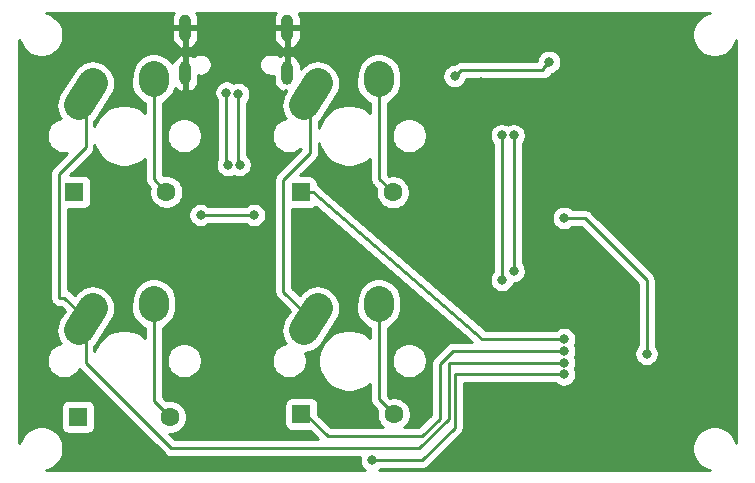
<source format=gtl>
G04 #@! TF.GenerationSoftware,KiCad,Pcbnew,(5.1.5)-3*
G04 #@! TF.CreationDate,2020-07-07T23:04:53+02:00*
G04 #@! TF.ProjectId,example,6578616d-706c-4652-9e6b-696361645f70,rev?*
G04 #@! TF.SameCoordinates,Original*
G04 #@! TF.FileFunction,Copper,L1,Top*
G04 #@! TF.FilePolarity,Positive*
%FSLAX46Y46*%
G04 Gerber Fmt 4.6, Leading zero omitted, Abs format (unit mm)*
G04 Created by KiCad (PCBNEW (5.1.5)-3) date 2020-07-07 23:04:53*
%MOMM*%
%LPD*%
G04 APERTURE LIST*
%ADD10C,1.600000*%
%ADD11R,1.600000X1.600000*%
%ADD12C,2.500000*%
%ADD13O,1.000000X2.000000*%
%ADD14O,1.000000X2.300000*%
%ADD15C,0.800000*%
%ADD16C,0.250000*%
%ADD17C,0.254000*%
G04 APERTURE END LIST*
D10*
X153600000Y-64293750D03*
D11*
X145800000Y-64293750D03*
X146118750Y-83343750D03*
D10*
X153918750Y-83343750D03*
D11*
X164958501Y-64334521D03*
D10*
X172758501Y-64334521D03*
X172834483Y-83113504D03*
D11*
X165034483Y-83113504D03*
D12*
X152558474Y-54451922D02*
X152519026Y-55030578D01*
X147368212Y-55062435D02*
X146159288Y-56960065D01*
X152558474Y-73501922D02*
X152519026Y-74080578D01*
X147368212Y-74112435D02*
X146159288Y-76010065D01*
X166418212Y-55062435D02*
X165209288Y-56960065D01*
X171608474Y-54451922D02*
X171569026Y-55030578D01*
X166418212Y-74112435D02*
X165209288Y-76010065D01*
X171608474Y-73501922D02*
X171569026Y-74080578D01*
D13*
X163820000Y-54237500D03*
X155180000Y-54237500D03*
D14*
X155180000Y-50412500D03*
X163820000Y-50412500D03*
D15*
X198500000Y-68000000D03*
X198244346Y-64494346D03*
X186500000Y-69750000D03*
X186500000Y-68000000D03*
X179500000Y-68500000D03*
X180250000Y-55000000D03*
X187250000Y-73000000D03*
X156500000Y-66250000D03*
X161000000Y-66250000D03*
X187250000Y-76750000D03*
X187250000Y-77750000D03*
X187250000Y-78750000D03*
X171000000Y-87000000D03*
X187250000Y-79750003D03*
X187250000Y-66500000D03*
X194250000Y-78000000D03*
X182000000Y-59500000D03*
X182000000Y-71750000D03*
X183000000Y-59500000D03*
X183000000Y-71000000D03*
X158675043Y-55878680D03*
X158804171Y-62000000D03*
X178000000Y-54500000D03*
X186000000Y-53275000D03*
X159664403Y-56024177D03*
X159804174Y-62000000D03*
D16*
X198500000Y-68000000D02*
X198500000Y-64750000D01*
X198500000Y-64750000D02*
X198244346Y-64494346D01*
X186500000Y-69750000D02*
X186500000Y-68000000D01*
X180250000Y-55000000D02*
X184500000Y-55000000D01*
X187250000Y-73000000D02*
X187250000Y-70250000D01*
X152538750Y-63232500D02*
X153600000Y-64293750D01*
X152538750Y-54741250D02*
X152538750Y-63232500D01*
X156500000Y-66250000D02*
X161000000Y-66250000D01*
X166008501Y-64334521D02*
X164958501Y-64334521D01*
X187250000Y-76750000D02*
X180333938Y-76750000D01*
X180333938Y-76750000D02*
X166008501Y-64334521D01*
X165363504Y-83113504D02*
X165034483Y-83113504D01*
X167250000Y-85000000D02*
X165363504Y-83113504D01*
X177863590Y-77750000D02*
X176750000Y-78863590D01*
X187250000Y-77750000D02*
X177863590Y-77750000D01*
X176750000Y-78863590D02*
X176750000Y-83500000D01*
X176750000Y-83500000D02*
X175250000Y-85000000D01*
X175250000Y-85000000D02*
X167250000Y-85000000D01*
X171588750Y-63164770D02*
X172758501Y-64334521D01*
X171588750Y-54741250D02*
X171588750Y-63164770D01*
X171588750Y-81867771D02*
X172834483Y-83113504D01*
X171588750Y-73791250D02*
X171588750Y-81867771D01*
X146763750Y-58051451D02*
X146750000Y-58065201D01*
X146763750Y-56011250D02*
X146763750Y-58051451D01*
X146750000Y-58065201D02*
X146750000Y-60500000D01*
X146750000Y-60500000D02*
X144500000Y-62750000D01*
X144500000Y-62750000D02*
X144500000Y-73250000D01*
X144952500Y-73250000D02*
X146763750Y-75061250D01*
X144500000Y-73250000D02*
X144952500Y-73250000D01*
X146763750Y-77101451D02*
X146763750Y-75061250D01*
X146750000Y-78744474D02*
X146750000Y-77115201D01*
X177500000Y-78750000D02*
X177500000Y-83500000D01*
X146750000Y-77115201D02*
X146763750Y-77101451D01*
X175000000Y-86000000D02*
X154005526Y-86000000D01*
X187250000Y-78750000D02*
X177500000Y-78750000D01*
X177500000Y-83500000D02*
X175000000Y-86000000D01*
X154005526Y-86000000D02*
X146750000Y-78744474D01*
X165813750Y-56011250D02*
X165813750Y-56813750D01*
X165813750Y-56813750D02*
X165750000Y-56877500D01*
X165750000Y-56877500D02*
X165750000Y-61000000D01*
X165750000Y-61000000D02*
X163500000Y-63250000D01*
X163500000Y-72747500D02*
X165813750Y-75061250D01*
X163500000Y-63250000D02*
X163500000Y-72747500D01*
X171000000Y-87000000D02*
X175250000Y-87000000D01*
X175250000Y-87000000D02*
X178000000Y-84250000D01*
X186999997Y-79500000D02*
X187250000Y-79750003D01*
X187250000Y-79750003D02*
X178000003Y-79750003D01*
X178000003Y-79750003D02*
X178000000Y-79750006D01*
X178000000Y-79750006D02*
X178000000Y-84250000D01*
X189000000Y-66500000D02*
X187250000Y-66500000D01*
X194250000Y-71750000D02*
X189000000Y-66500000D01*
X194250000Y-78000000D02*
X194250000Y-71750000D01*
X182000000Y-59500000D02*
X182000000Y-71750000D01*
X183000000Y-59500000D02*
X183000000Y-71000000D01*
X152538750Y-81963750D02*
X153918750Y-83343750D01*
X152538750Y-73791250D02*
X152538750Y-81963750D01*
X158675043Y-55878680D02*
X158675043Y-61870872D01*
X158675043Y-61870872D02*
X158804171Y-62000000D01*
X178000000Y-54500000D02*
X178500000Y-54000000D01*
X185500000Y-54000000D02*
X185500000Y-53775000D01*
X185500000Y-53775000D02*
X186000000Y-53275000D01*
X178500000Y-54000000D02*
X185500000Y-54000000D01*
X159664403Y-56024177D02*
X159664403Y-61860229D01*
X159664403Y-61860229D02*
X159804174Y-62000000D01*
D17*
G36*
X154179997Y-49210822D02*
G01*
X154091585Y-49416513D01*
X154045000Y-49635500D01*
X154045000Y-50285500D01*
X155053000Y-50285500D01*
X155053000Y-50265500D01*
X155307000Y-50265500D01*
X155307000Y-50285500D01*
X156315000Y-50285500D01*
X156315000Y-49635500D01*
X156268415Y-49416513D01*
X156180003Y-49210822D01*
X156145062Y-49160000D01*
X162854938Y-49160000D01*
X162819997Y-49210822D01*
X162731585Y-49416513D01*
X162685000Y-49635500D01*
X162685000Y-50285500D01*
X163693000Y-50285500D01*
X163693000Y-50265500D01*
X163947000Y-50265500D01*
X163947000Y-50285500D01*
X164955000Y-50285500D01*
X164955000Y-49635500D01*
X164908415Y-49416513D01*
X164820003Y-49210822D01*
X164785062Y-49160000D01*
X199588112Y-49160000D01*
X199450166Y-49187439D01*
X199107118Y-49329534D01*
X198798382Y-49535825D01*
X198535825Y-49798382D01*
X198329534Y-50107118D01*
X198187439Y-50450166D01*
X198115000Y-50814344D01*
X198115000Y-51185656D01*
X198187439Y-51549834D01*
X198329534Y-51892882D01*
X198535825Y-52201618D01*
X198798382Y-52464175D01*
X199107118Y-52670466D01*
X199450166Y-52812561D01*
X199814344Y-52885000D01*
X200185656Y-52885000D01*
X200549834Y-52812561D01*
X200892882Y-52670466D01*
X201201618Y-52464175D01*
X201464175Y-52201618D01*
X201670466Y-51892882D01*
X201812561Y-51549834D01*
X201840001Y-51411883D01*
X201840000Y-85588112D01*
X201812561Y-85450166D01*
X201670466Y-85107118D01*
X201464175Y-84798382D01*
X201201618Y-84535825D01*
X200892882Y-84329534D01*
X200549834Y-84187439D01*
X200185656Y-84115000D01*
X199814344Y-84115000D01*
X199450166Y-84187439D01*
X199107118Y-84329534D01*
X198798382Y-84535825D01*
X198535825Y-84798382D01*
X198329534Y-85107118D01*
X198187439Y-85450166D01*
X198115000Y-85814344D01*
X198115000Y-86185656D01*
X198187439Y-86549834D01*
X198329534Y-86892882D01*
X198535825Y-87201618D01*
X198798382Y-87464175D01*
X199107118Y-87670466D01*
X199450166Y-87812561D01*
X199588112Y-87840000D01*
X171605802Y-87840000D01*
X171659774Y-87803937D01*
X171703711Y-87760000D01*
X175212678Y-87760000D01*
X175250000Y-87763676D01*
X175287322Y-87760000D01*
X175287333Y-87760000D01*
X175398986Y-87749003D01*
X175542247Y-87705546D01*
X175674276Y-87634974D01*
X175790001Y-87540001D01*
X175813804Y-87510997D01*
X178511003Y-84813799D01*
X178540001Y-84790001D01*
X178634974Y-84674276D01*
X178705546Y-84542247D01*
X178749003Y-84398986D01*
X178760000Y-84287333D01*
X178760000Y-84287324D01*
X178763676Y-84250001D01*
X178760000Y-84212678D01*
X178760000Y-80510003D01*
X186546289Y-80510003D01*
X186590226Y-80553940D01*
X186759744Y-80667208D01*
X186948102Y-80745229D01*
X187148061Y-80785003D01*
X187351939Y-80785003D01*
X187551898Y-80745229D01*
X187740256Y-80667208D01*
X187909774Y-80553940D01*
X188053937Y-80409777D01*
X188167205Y-80240259D01*
X188245226Y-80051901D01*
X188285000Y-79851942D01*
X188285000Y-79648064D01*
X188245226Y-79448105D01*
X188167205Y-79259747D01*
X188160693Y-79250002D01*
X188167205Y-79240256D01*
X188245226Y-79051898D01*
X188285000Y-78851939D01*
X188285000Y-78648061D01*
X188245226Y-78448102D01*
X188167205Y-78259744D01*
X188160694Y-78250000D01*
X188167205Y-78240256D01*
X188245226Y-78051898D01*
X188285000Y-77851939D01*
X188285000Y-77648061D01*
X188245226Y-77448102D01*
X188167205Y-77259744D01*
X188160694Y-77250000D01*
X188167205Y-77240256D01*
X188245226Y-77051898D01*
X188285000Y-76851939D01*
X188285000Y-76648061D01*
X188245226Y-76448102D01*
X188167205Y-76259744D01*
X188053937Y-76090226D01*
X187909774Y-75946063D01*
X187740256Y-75832795D01*
X187551898Y-75754774D01*
X187351939Y-75715000D01*
X187148061Y-75715000D01*
X186948102Y-75754774D01*
X186759744Y-75832795D01*
X186590226Y-75946063D01*
X186546289Y-75990000D01*
X180617444Y-75990000D01*
X166555034Y-63802480D01*
X166548502Y-63794520D01*
X166498534Y-63753512D01*
X166478038Y-63735749D01*
X166469689Y-63729840D01*
X166432777Y-63699547D01*
X166408720Y-63686688D01*
X166396573Y-63678091D01*
X166396573Y-63534521D01*
X166384313Y-63410039D01*
X166348003Y-63290341D01*
X166289038Y-63180027D01*
X166209686Y-63083336D01*
X166112995Y-63003984D01*
X166002681Y-62945019D01*
X165882983Y-62908709D01*
X165758501Y-62896449D01*
X164928352Y-62896449D01*
X166261003Y-61563799D01*
X166290001Y-61540001D01*
X166384974Y-61424276D01*
X166455546Y-61292247D01*
X166499003Y-61148986D01*
X166510000Y-61037333D01*
X166513677Y-61000000D01*
X166510000Y-60962667D01*
X166510000Y-60142843D01*
X166540877Y-60298072D01*
X166739049Y-60776501D01*
X167026750Y-61207076D01*
X167392924Y-61573250D01*
X167823499Y-61860951D01*
X168301928Y-62059123D01*
X168809826Y-62160150D01*
X169327674Y-62160150D01*
X169835572Y-62059123D01*
X170314001Y-61860951D01*
X170744576Y-61573250D01*
X170828751Y-61489075D01*
X170828751Y-63127438D01*
X170825074Y-63164770D01*
X170828751Y-63202103D01*
X170829792Y-63212667D01*
X170839748Y-63313755D01*
X170883204Y-63457016D01*
X170953776Y-63589046D01*
X171020981Y-63670934D01*
X171048750Y-63704771D01*
X171077748Y-63728569D01*
X171359813Y-64010635D01*
X171323501Y-64193186D01*
X171323501Y-64475856D01*
X171378648Y-64753095D01*
X171486821Y-65014248D01*
X171643864Y-65249280D01*
X171843742Y-65449158D01*
X172078774Y-65606201D01*
X172339927Y-65714374D01*
X172617166Y-65769521D01*
X172899836Y-65769521D01*
X173177075Y-65714374D01*
X173438228Y-65606201D01*
X173673260Y-65449158D01*
X173873138Y-65249280D01*
X174030181Y-65014248D01*
X174138354Y-64753095D01*
X174193501Y-64475856D01*
X174193501Y-64193186D01*
X174138354Y-63915947D01*
X174030181Y-63654794D01*
X173873138Y-63419762D01*
X173673260Y-63219884D01*
X173438228Y-63062841D01*
X173177075Y-62954668D01*
X172899836Y-62899521D01*
X172617166Y-62899521D01*
X172434615Y-62935833D01*
X172348750Y-62849969D01*
X172348750Y-59384902D01*
X172662850Y-59384902D01*
X172662850Y-59677598D01*
X172719952Y-59964671D01*
X172831962Y-60235088D01*
X172994576Y-60478456D01*
X173201544Y-60685424D01*
X173444912Y-60848038D01*
X173715329Y-60960048D01*
X174002402Y-61017150D01*
X174295098Y-61017150D01*
X174582171Y-60960048D01*
X174852588Y-60848038D01*
X175095956Y-60685424D01*
X175302924Y-60478456D01*
X175465538Y-60235088D01*
X175577548Y-59964671D01*
X175634650Y-59677598D01*
X175634650Y-59398061D01*
X180965000Y-59398061D01*
X180965000Y-59601939D01*
X181004774Y-59801898D01*
X181082795Y-59990256D01*
X181196063Y-60159774D01*
X181240000Y-60203711D01*
X181240001Y-71046288D01*
X181196063Y-71090226D01*
X181082795Y-71259744D01*
X181004774Y-71448102D01*
X180965000Y-71648061D01*
X180965000Y-71851939D01*
X181004774Y-72051898D01*
X181082795Y-72240256D01*
X181196063Y-72409774D01*
X181340226Y-72553937D01*
X181509744Y-72667205D01*
X181698102Y-72745226D01*
X181898061Y-72785000D01*
X182101939Y-72785000D01*
X182301898Y-72745226D01*
X182490256Y-72667205D01*
X182659774Y-72553937D01*
X182803937Y-72409774D01*
X182917205Y-72240256D01*
X182995226Y-72051898D01*
X182998587Y-72035000D01*
X183101939Y-72035000D01*
X183301898Y-71995226D01*
X183490256Y-71917205D01*
X183659774Y-71803937D01*
X183803937Y-71659774D01*
X183917205Y-71490256D01*
X183995226Y-71301898D01*
X184035000Y-71101939D01*
X184035000Y-70898061D01*
X183995226Y-70698102D01*
X183917205Y-70509744D01*
X183803937Y-70340226D01*
X183760000Y-70296289D01*
X183760000Y-66398061D01*
X186215000Y-66398061D01*
X186215000Y-66601939D01*
X186254774Y-66801898D01*
X186332795Y-66990256D01*
X186446063Y-67159774D01*
X186590226Y-67303937D01*
X186759744Y-67417205D01*
X186948102Y-67495226D01*
X187148061Y-67535000D01*
X187351939Y-67535000D01*
X187551898Y-67495226D01*
X187740256Y-67417205D01*
X187909774Y-67303937D01*
X187953711Y-67260000D01*
X188685199Y-67260000D01*
X193490001Y-72064803D01*
X193490000Y-77296289D01*
X193446063Y-77340226D01*
X193332795Y-77509744D01*
X193254774Y-77698102D01*
X193215000Y-77898061D01*
X193215000Y-78101939D01*
X193254774Y-78301898D01*
X193332795Y-78490256D01*
X193446063Y-78659774D01*
X193590226Y-78803937D01*
X193759744Y-78917205D01*
X193948102Y-78995226D01*
X194148061Y-79035000D01*
X194351939Y-79035000D01*
X194551898Y-78995226D01*
X194740256Y-78917205D01*
X194909774Y-78803937D01*
X195053937Y-78659774D01*
X195167205Y-78490256D01*
X195245226Y-78301898D01*
X195285000Y-78101939D01*
X195285000Y-77898061D01*
X195245226Y-77698102D01*
X195167205Y-77509744D01*
X195053937Y-77340226D01*
X195010000Y-77296289D01*
X195010000Y-71787322D01*
X195013676Y-71749999D01*
X195010000Y-71712676D01*
X195010000Y-71712667D01*
X194999003Y-71601014D01*
X194955546Y-71457753D01*
X194884974Y-71325724D01*
X194790001Y-71209999D01*
X194761003Y-71186201D01*
X189563804Y-65989003D01*
X189540001Y-65959999D01*
X189424276Y-65865026D01*
X189292247Y-65794454D01*
X189148986Y-65750997D01*
X189037333Y-65740000D01*
X189037322Y-65740000D01*
X189000000Y-65736324D01*
X188962678Y-65740000D01*
X187953711Y-65740000D01*
X187909774Y-65696063D01*
X187740256Y-65582795D01*
X187551898Y-65504774D01*
X187351939Y-65465000D01*
X187148061Y-65465000D01*
X186948102Y-65504774D01*
X186759744Y-65582795D01*
X186590226Y-65696063D01*
X186446063Y-65840226D01*
X186332795Y-66009744D01*
X186254774Y-66198102D01*
X186215000Y-66398061D01*
X183760000Y-66398061D01*
X183760000Y-60203711D01*
X183803937Y-60159774D01*
X183917205Y-59990256D01*
X183995226Y-59801898D01*
X184035000Y-59601939D01*
X184035000Y-59398061D01*
X183995226Y-59198102D01*
X183917205Y-59009744D01*
X183803937Y-58840226D01*
X183659774Y-58696063D01*
X183490256Y-58582795D01*
X183301898Y-58504774D01*
X183101939Y-58465000D01*
X182898061Y-58465000D01*
X182698102Y-58504774D01*
X182509744Y-58582795D01*
X182500000Y-58589306D01*
X182490256Y-58582795D01*
X182301898Y-58504774D01*
X182101939Y-58465000D01*
X181898061Y-58465000D01*
X181698102Y-58504774D01*
X181509744Y-58582795D01*
X181340226Y-58696063D01*
X181196063Y-58840226D01*
X181082795Y-59009744D01*
X181004774Y-59198102D01*
X180965000Y-59398061D01*
X175634650Y-59398061D01*
X175634650Y-59384902D01*
X175577548Y-59097829D01*
X175465538Y-58827412D01*
X175302924Y-58584044D01*
X175095956Y-58377076D01*
X174852588Y-58214462D01*
X174582171Y-58102452D01*
X174295098Y-58045350D01*
X174002402Y-58045350D01*
X173715329Y-58102452D01*
X173444912Y-58214462D01*
X173201544Y-58377076D01*
X172994576Y-58584044D01*
X172831962Y-58827412D01*
X172719952Y-59097829D01*
X172662850Y-59384902D01*
X172348750Y-59384902D01*
X172348750Y-56746765D01*
X172511790Y-56673406D01*
X172814175Y-56457915D01*
X173068709Y-56187573D01*
X173265613Y-55872767D01*
X173397316Y-55525597D01*
X173443363Y-55251166D01*
X173495406Y-54487746D01*
X173492705Y-54398061D01*
X176965000Y-54398061D01*
X176965000Y-54601939D01*
X177004774Y-54801898D01*
X177082795Y-54990256D01*
X177196063Y-55159774D01*
X177340226Y-55303937D01*
X177509744Y-55417205D01*
X177698102Y-55495226D01*
X177898061Y-55535000D01*
X178101939Y-55535000D01*
X178301898Y-55495226D01*
X178490256Y-55417205D01*
X178659774Y-55303937D01*
X178803937Y-55159774D01*
X178917205Y-54990256D01*
X178995226Y-54801898D01*
X179003560Y-54760000D01*
X185462667Y-54760000D01*
X185500000Y-54763677D01*
X185537333Y-54760000D01*
X185648986Y-54749003D01*
X185792247Y-54705546D01*
X185924276Y-54634974D01*
X186040001Y-54540001D01*
X186134974Y-54424276D01*
X186205546Y-54292247D01*
X186206468Y-54289208D01*
X186301898Y-54270226D01*
X186490256Y-54192205D01*
X186659774Y-54078937D01*
X186803937Y-53934774D01*
X186917205Y-53765256D01*
X186995226Y-53576898D01*
X187035000Y-53376939D01*
X187035000Y-53173061D01*
X186995226Y-52973102D01*
X186917205Y-52784744D01*
X186803937Y-52615226D01*
X186659774Y-52471063D01*
X186490256Y-52357795D01*
X186301898Y-52279774D01*
X186101939Y-52240000D01*
X185898061Y-52240000D01*
X185698102Y-52279774D01*
X185509744Y-52357795D01*
X185340226Y-52471063D01*
X185196063Y-52615226D01*
X185082795Y-52784744D01*
X185004774Y-52973102D01*
X184965000Y-53173061D01*
X184965000Y-53230895D01*
X184959999Y-53234999D01*
X184955895Y-53240000D01*
X178537325Y-53240000D01*
X178500000Y-53236324D01*
X178462675Y-53240000D01*
X178462667Y-53240000D01*
X178351014Y-53250997D01*
X178207753Y-53294454D01*
X178075724Y-53365026D01*
X177959999Y-53459999D01*
X177955895Y-53465000D01*
X177898061Y-53465000D01*
X177698102Y-53504774D01*
X177509744Y-53582795D01*
X177340226Y-53696063D01*
X177196063Y-53840226D01*
X177082795Y-54009744D01*
X177004774Y-54198102D01*
X176965000Y-54398061D01*
X173492705Y-54398061D01*
X173487029Y-54209605D01*
X173403660Y-53847773D01*
X173251302Y-53509158D01*
X173035811Y-53206773D01*
X172765469Y-52952239D01*
X172450663Y-52755336D01*
X172103493Y-52623632D01*
X171737300Y-52562189D01*
X171366157Y-52573367D01*
X171004325Y-52656736D01*
X170665710Y-52809094D01*
X170363325Y-53024585D01*
X170108791Y-53294927D01*
X169911887Y-53609733D01*
X169780184Y-53956903D01*
X169734137Y-54231334D01*
X169682094Y-54994755D01*
X169690471Y-55272895D01*
X169773840Y-55634727D01*
X169926198Y-55973342D01*
X170141689Y-56275727D01*
X170412031Y-56530261D01*
X170726837Y-56727165D01*
X170828750Y-56765827D01*
X170828750Y-57573424D01*
X170744576Y-57489250D01*
X170314001Y-57201549D01*
X169835572Y-57003377D01*
X169327674Y-56902350D01*
X168809826Y-56902350D01*
X168301928Y-57003377D01*
X167823499Y-57201549D01*
X167392924Y-57489250D01*
X167026750Y-57855424D01*
X166739049Y-58285999D01*
X166540877Y-58764428D01*
X166510000Y-58919657D01*
X166510000Y-58327806D01*
X166577532Y-58269873D01*
X166749328Y-58050970D01*
X168057756Y-55997150D01*
X168183546Y-55748938D01*
X168283555Y-55391347D01*
X168311881Y-55021116D01*
X168267433Y-54652473D01*
X168151921Y-54299586D01*
X167969784Y-53976013D01*
X167728020Y-53694192D01*
X167435921Y-53464951D01*
X167104713Y-53297101D01*
X166747123Y-53197092D01*
X166376891Y-53168767D01*
X166008249Y-53213214D01*
X165655361Y-53328726D01*
X165331789Y-53510863D01*
X165049968Y-53752627D01*
X164955000Y-53873636D01*
X164955000Y-53610500D01*
X164908415Y-53391513D01*
X164820003Y-53185822D01*
X164693161Y-53001331D01*
X164532764Y-52845131D01*
X164344976Y-52723224D01*
X164121874Y-52643381D01*
X163947000Y-52769546D01*
X163947000Y-54110500D01*
X163967000Y-54110500D01*
X163967000Y-54364500D01*
X163947000Y-54364500D01*
X163947000Y-54384500D01*
X163693000Y-54384500D01*
X163693000Y-54364500D01*
X163673000Y-54364500D01*
X163673000Y-54110500D01*
X163693000Y-54110500D01*
X163693000Y-52769546D01*
X163518126Y-52643381D01*
X163295024Y-52723224D01*
X163206856Y-52780460D01*
X163146972Y-52731314D01*
X162984540Y-52644493D01*
X162808292Y-52591029D01*
X162670932Y-52577500D01*
X162329068Y-52577500D01*
X162191708Y-52591029D01*
X162015460Y-52644493D01*
X161853028Y-52731314D01*
X161710656Y-52848156D01*
X161593814Y-52990528D01*
X161506993Y-53152960D01*
X161453529Y-53329208D01*
X161435476Y-53512500D01*
X161453529Y-53695792D01*
X161506993Y-53872040D01*
X161593814Y-54034472D01*
X161710656Y-54176844D01*
X161853028Y-54293686D01*
X162015460Y-54380507D01*
X162191708Y-54433971D01*
X162329068Y-54447500D01*
X162670932Y-54447500D01*
X162685000Y-54446114D01*
X162685000Y-54864500D01*
X162731585Y-55083487D01*
X162819997Y-55289178D01*
X162946839Y-55473669D01*
X163107236Y-55629869D01*
X163295024Y-55751776D01*
X163518126Y-55831619D01*
X163692998Y-55705455D01*
X163692998Y-55831879D01*
X163569743Y-56025351D01*
X163443954Y-56273564D01*
X163343944Y-56631154D01*
X163315619Y-57001385D01*
X163360067Y-57370027D01*
X163475578Y-57722914D01*
X163657716Y-58046487D01*
X163683804Y-58076897D01*
X163555329Y-58102452D01*
X163284912Y-58214462D01*
X163041544Y-58377076D01*
X162834576Y-58584044D01*
X162671962Y-58827412D01*
X162559952Y-59097829D01*
X162502850Y-59384902D01*
X162502850Y-59677598D01*
X162559952Y-59964671D01*
X162671962Y-60235088D01*
X162834576Y-60478456D01*
X163041544Y-60685424D01*
X163284912Y-60848038D01*
X163555329Y-60960048D01*
X163842402Y-61017150D01*
X164135098Y-61017150D01*
X164422171Y-60960048D01*
X164692588Y-60848038D01*
X164935956Y-60685424D01*
X164990001Y-60631379D01*
X164990001Y-60685197D01*
X162989003Y-62686196D01*
X162959999Y-62709999D01*
X162915948Y-62763676D01*
X162865026Y-62825724D01*
X162823054Y-62904248D01*
X162794454Y-62957754D01*
X162750997Y-63101015D01*
X162740000Y-63212668D01*
X162740000Y-63212678D01*
X162736324Y-63250000D01*
X162740000Y-63287322D01*
X162740001Y-72710168D01*
X162736324Y-72747500D01*
X162740001Y-72784833D01*
X162750998Y-72896486D01*
X162764180Y-72939942D01*
X162794454Y-73039746D01*
X162865026Y-73171776D01*
X162929224Y-73250000D01*
X162960000Y-73287501D01*
X162988998Y-73311299D01*
X164030230Y-74352532D01*
X163569743Y-75075351D01*
X163443954Y-75323564D01*
X163343944Y-75681154D01*
X163315619Y-76051385D01*
X163360067Y-76420027D01*
X163475578Y-76772914D01*
X163657716Y-77096487D01*
X163683804Y-77126897D01*
X163555329Y-77152452D01*
X163284912Y-77264462D01*
X163041544Y-77427076D01*
X162834576Y-77634044D01*
X162671962Y-77877412D01*
X162559952Y-78147829D01*
X162502850Y-78434902D01*
X162502850Y-78727598D01*
X162559952Y-79014671D01*
X162671962Y-79285088D01*
X162834576Y-79528456D01*
X163041544Y-79735424D01*
X163284912Y-79898038D01*
X163555329Y-80010048D01*
X163842402Y-80067150D01*
X164135098Y-80067150D01*
X164422171Y-80010048D01*
X164692588Y-79898038D01*
X164935956Y-79735424D01*
X165142924Y-79528456D01*
X165305538Y-79285088D01*
X165417548Y-79014671D01*
X165474650Y-78727598D01*
X165474650Y-78434902D01*
X165417548Y-78147829D01*
X165313309Y-77896174D01*
X165619250Y-77859286D01*
X165972137Y-77743775D01*
X166295710Y-77561637D01*
X166577532Y-77319873D01*
X166749328Y-77100970D01*
X168057756Y-75047150D01*
X168183546Y-74798938D01*
X168283555Y-74441347D01*
X168311881Y-74071116D01*
X168267433Y-73702473D01*
X168151921Y-73349586D01*
X167969784Y-73026013D01*
X167728020Y-72744192D01*
X167435921Y-72514951D01*
X167104713Y-72347101D01*
X166747123Y-72247092D01*
X166376891Y-72218767D01*
X166008249Y-72263214D01*
X165655361Y-72378726D01*
X165331789Y-72560863D01*
X165049968Y-72802627D01*
X164878172Y-73021530D01*
X164866754Y-73039453D01*
X164260000Y-72432699D01*
X164260000Y-65772593D01*
X165758501Y-65772593D01*
X165882983Y-65760333D01*
X166002681Y-65724023D01*
X166112995Y-65665058D01*
X166209686Y-65585706D01*
X166243791Y-65544148D01*
X179450436Y-76990000D01*
X177900912Y-76990000D01*
X177863589Y-76986324D01*
X177826266Y-76990000D01*
X177826257Y-76990000D01*
X177714604Y-77000997D01*
X177578619Y-77042247D01*
X177571343Y-77044454D01*
X177439313Y-77115026D01*
X177355673Y-77183668D01*
X177323589Y-77209999D01*
X177299791Y-77238997D01*
X176239002Y-78299786D01*
X176209999Y-78323589D01*
X176159622Y-78384974D01*
X176115026Y-78439314D01*
X176061207Y-78540001D01*
X176044454Y-78571344D01*
X176000997Y-78714605D01*
X175990000Y-78826258D01*
X175990000Y-78826268D01*
X175986324Y-78863590D01*
X175990000Y-78900913D01*
X175990001Y-83185197D01*
X174935199Y-84240000D01*
X173731494Y-84240000D01*
X173749242Y-84228141D01*
X173949120Y-84028263D01*
X174106163Y-83793231D01*
X174214336Y-83532078D01*
X174269483Y-83254839D01*
X174269483Y-82972169D01*
X174214336Y-82694930D01*
X174106163Y-82433777D01*
X173949120Y-82198745D01*
X173749242Y-81998867D01*
X173514210Y-81841824D01*
X173253057Y-81733651D01*
X172975818Y-81678504D01*
X172693148Y-81678504D01*
X172510597Y-81714816D01*
X172348750Y-81552970D01*
X172348750Y-78434902D01*
X172662850Y-78434902D01*
X172662850Y-78727598D01*
X172719952Y-79014671D01*
X172831962Y-79285088D01*
X172994576Y-79528456D01*
X173201544Y-79735424D01*
X173444912Y-79898038D01*
X173715329Y-80010048D01*
X174002402Y-80067150D01*
X174295098Y-80067150D01*
X174582171Y-80010048D01*
X174852588Y-79898038D01*
X175095956Y-79735424D01*
X175302924Y-79528456D01*
X175465538Y-79285088D01*
X175577548Y-79014671D01*
X175634650Y-78727598D01*
X175634650Y-78434902D01*
X175577548Y-78147829D01*
X175465538Y-77877412D01*
X175302924Y-77634044D01*
X175095956Y-77427076D01*
X174852588Y-77264462D01*
X174582171Y-77152452D01*
X174295098Y-77095350D01*
X174002402Y-77095350D01*
X173715329Y-77152452D01*
X173444912Y-77264462D01*
X173201544Y-77427076D01*
X172994576Y-77634044D01*
X172831962Y-77877412D01*
X172719952Y-78147829D01*
X172662850Y-78434902D01*
X172348750Y-78434902D01*
X172348750Y-75796765D01*
X172511790Y-75723406D01*
X172814175Y-75507915D01*
X173068709Y-75237573D01*
X173265613Y-74922767D01*
X173397316Y-74575597D01*
X173443363Y-74301166D01*
X173495406Y-73537746D01*
X173487029Y-73259605D01*
X173403660Y-72897773D01*
X173251302Y-72559158D01*
X173035811Y-72256773D01*
X172765469Y-72002239D01*
X172450663Y-71805336D01*
X172103493Y-71673632D01*
X171737300Y-71612189D01*
X171366157Y-71623367D01*
X171004325Y-71706736D01*
X170665710Y-71859094D01*
X170363325Y-72074585D01*
X170108791Y-72344927D01*
X169911887Y-72659733D01*
X169780184Y-73006903D01*
X169734137Y-73281334D01*
X169682094Y-74044755D01*
X169690471Y-74322895D01*
X169773840Y-74684727D01*
X169926198Y-75023342D01*
X170141689Y-75325727D01*
X170412031Y-75580261D01*
X170726837Y-75777165D01*
X170828750Y-75815827D01*
X170828750Y-76623424D01*
X170744576Y-76539250D01*
X170314001Y-76251549D01*
X169835572Y-76053377D01*
X169327674Y-75952350D01*
X168809826Y-75952350D01*
X168301928Y-76053377D01*
X167823499Y-76251549D01*
X167392924Y-76539250D01*
X167026750Y-76905424D01*
X166739049Y-77335999D01*
X166540877Y-77814428D01*
X166439850Y-78322326D01*
X166439850Y-78840174D01*
X166540877Y-79348072D01*
X166739049Y-79826501D01*
X167026750Y-80257076D01*
X167392924Y-80623250D01*
X167823499Y-80910951D01*
X168301928Y-81109123D01*
X168809826Y-81210150D01*
X169327674Y-81210150D01*
X169835572Y-81109123D01*
X170314001Y-80910951D01*
X170744576Y-80623250D01*
X170828751Y-80539075D01*
X170828751Y-81830439D01*
X170825074Y-81867771D01*
X170839748Y-82016756D01*
X170883204Y-82160017D01*
X170953776Y-82292047D01*
X171004213Y-82353504D01*
X171048750Y-82407772D01*
X171077748Y-82431570D01*
X171435795Y-82789618D01*
X171399483Y-82972169D01*
X171399483Y-83254839D01*
X171454630Y-83532078D01*
X171562803Y-83793231D01*
X171719846Y-84028263D01*
X171919724Y-84228141D01*
X171937472Y-84240000D01*
X167564802Y-84240000D01*
X166472555Y-83147754D01*
X166472555Y-82313504D01*
X166460295Y-82189022D01*
X166423985Y-82069324D01*
X166365020Y-81959010D01*
X166285668Y-81862319D01*
X166188977Y-81782967D01*
X166078663Y-81724002D01*
X165958965Y-81687692D01*
X165834483Y-81675432D01*
X164234483Y-81675432D01*
X164110001Y-81687692D01*
X163990303Y-81724002D01*
X163879989Y-81782967D01*
X163783298Y-81862319D01*
X163703946Y-81959010D01*
X163644981Y-82069324D01*
X163608671Y-82189022D01*
X163596411Y-82313504D01*
X163596411Y-83913504D01*
X163608671Y-84037986D01*
X163644981Y-84157684D01*
X163703946Y-84267998D01*
X163783298Y-84364689D01*
X163879989Y-84444041D01*
X163990303Y-84503006D01*
X164110001Y-84539316D01*
X164234483Y-84551576D01*
X165726775Y-84551576D01*
X166415198Y-85240000D01*
X154320328Y-85240000D01*
X153859078Y-84778750D01*
X154060085Y-84778750D01*
X154337324Y-84723603D01*
X154598477Y-84615430D01*
X154833509Y-84458387D01*
X155033387Y-84258509D01*
X155190430Y-84023477D01*
X155298603Y-83762324D01*
X155353750Y-83485085D01*
X155353750Y-83202415D01*
X155298603Y-82925176D01*
X155190430Y-82664023D01*
X155033387Y-82428991D01*
X154833509Y-82229113D01*
X154598477Y-82072070D01*
X154337324Y-81963897D01*
X154060085Y-81908750D01*
X153777415Y-81908750D01*
X153594864Y-81945062D01*
X153298750Y-81648949D01*
X153298750Y-78434902D01*
X153612850Y-78434902D01*
X153612850Y-78727598D01*
X153669952Y-79014671D01*
X153781962Y-79285088D01*
X153944576Y-79528456D01*
X154151544Y-79735424D01*
X154394912Y-79898038D01*
X154665329Y-80010048D01*
X154952402Y-80067150D01*
X155245098Y-80067150D01*
X155532171Y-80010048D01*
X155802588Y-79898038D01*
X156045956Y-79735424D01*
X156252924Y-79528456D01*
X156415538Y-79285088D01*
X156527548Y-79014671D01*
X156584650Y-78727598D01*
X156584650Y-78434902D01*
X156527548Y-78147829D01*
X156415538Y-77877412D01*
X156252924Y-77634044D01*
X156045956Y-77427076D01*
X155802588Y-77264462D01*
X155532171Y-77152452D01*
X155245098Y-77095350D01*
X154952402Y-77095350D01*
X154665329Y-77152452D01*
X154394912Y-77264462D01*
X154151544Y-77427076D01*
X153944576Y-77634044D01*
X153781962Y-77877412D01*
X153669952Y-78147829D01*
X153612850Y-78434902D01*
X153298750Y-78434902D01*
X153298750Y-75796765D01*
X153461790Y-75723406D01*
X153764175Y-75507915D01*
X154018709Y-75237573D01*
X154215613Y-74922767D01*
X154347316Y-74575597D01*
X154393363Y-74301166D01*
X154445406Y-73537746D01*
X154437029Y-73259605D01*
X154353660Y-72897773D01*
X154201302Y-72559158D01*
X153985811Y-72256773D01*
X153715469Y-72002239D01*
X153400663Y-71805336D01*
X153053493Y-71673632D01*
X152687300Y-71612189D01*
X152316157Y-71623367D01*
X151954325Y-71706736D01*
X151615710Y-71859094D01*
X151313325Y-72074585D01*
X151058791Y-72344927D01*
X150861887Y-72659733D01*
X150730184Y-73006903D01*
X150684137Y-73281334D01*
X150632094Y-74044755D01*
X150640471Y-74322895D01*
X150723840Y-74684727D01*
X150876198Y-75023342D01*
X151091689Y-75325727D01*
X151362031Y-75580261D01*
X151676837Y-75777165D01*
X151778750Y-75815827D01*
X151778750Y-76623424D01*
X151694576Y-76539250D01*
X151264001Y-76251549D01*
X150785572Y-76053377D01*
X150277674Y-75952350D01*
X149759826Y-75952350D01*
X149251928Y-76053377D01*
X148773499Y-76251549D01*
X148342924Y-76539250D01*
X147976750Y-76905424D01*
X147689049Y-77335999D01*
X147510000Y-77768261D01*
X147510000Y-77334913D01*
X147527532Y-77319873D01*
X147699328Y-77100970D01*
X149007756Y-75047150D01*
X149133546Y-74798938D01*
X149233555Y-74441347D01*
X149261881Y-74071116D01*
X149217433Y-73702473D01*
X149101921Y-73349586D01*
X148919784Y-73026013D01*
X148678020Y-72744192D01*
X148385921Y-72514951D01*
X148054713Y-72347101D01*
X147697123Y-72247092D01*
X147326891Y-72218767D01*
X146958249Y-72263214D01*
X146605361Y-72378726D01*
X146281789Y-72560863D01*
X145999968Y-72802627D01*
X145828172Y-73021530D01*
X145816754Y-73039453D01*
X145516304Y-72739003D01*
X145492501Y-72709999D01*
X145376776Y-72615026D01*
X145260000Y-72552607D01*
X145260000Y-66148061D01*
X155465000Y-66148061D01*
X155465000Y-66351939D01*
X155504774Y-66551898D01*
X155582795Y-66740256D01*
X155696063Y-66909774D01*
X155840226Y-67053937D01*
X156009744Y-67167205D01*
X156198102Y-67245226D01*
X156398061Y-67285000D01*
X156601939Y-67285000D01*
X156801898Y-67245226D01*
X156990256Y-67167205D01*
X157159774Y-67053937D01*
X157203711Y-67010000D01*
X160296289Y-67010000D01*
X160340226Y-67053937D01*
X160509744Y-67167205D01*
X160698102Y-67245226D01*
X160898061Y-67285000D01*
X161101939Y-67285000D01*
X161301898Y-67245226D01*
X161490256Y-67167205D01*
X161659774Y-67053937D01*
X161803937Y-66909774D01*
X161917205Y-66740256D01*
X161995226Y-66551898D01*
X162035000Y-66351939D01*
X162035000Y-66148061D01*
X161995226Y-65948102D01*
X161917205Y-65759744D01*
X161803937Y-65590226D01*
X161659774Y-65446063D01*
X161490256Y-65332795D01*
X161301898Y-65254774D01*
X161101939Y-65215000D01*
X160898061Y-65215000D01*
X160698102Y-65254774D01*
X160509744Y-65332795D01*
X160340226Y-65446063D01*
X160296289Y-65490000D01*
X157203711Y-65490000D01*
X157159774Y-65446063D01*
X156990256Y-65332795D01*
X156801898Y-65254774D01*
X156601939Y-65215000D01*
X156398061Y-65215000D01*
X156198102Y-65254774D01*
X156009744Y-65332795D01*
X155840226Y-65446063D01*
X155696063Y-65590226D01*
X155582795Y-65759744D01*
X155504774Y-65948102D01*
X155465000Y-66148061D01*
X145260000Y-66148061D01*
X145260000Y-65731822D01*
X146600000Y-65731822D01*
X146724482Y-65719562D01*
X146844180Y-65683252D01*
X146954494Y-65624287D01*
X147051185Y-65544935D01*
X147130537Y-65448244D01*
X147189502Y-65337930D01*
X147225812Y-65218232D01*
X147238072Y-65093750D01*
X147238072Y-63493750D01*
X147225812Y-63369268D01*
X147189502Y-63249570D01*
X147130537Y-63139256D01*
X147051185Y-63042565D01*
X146954494Y-62963213D01*
X146844180Y-62904248D01*
X146724482Y-62867938D01*
X146600000Y-62855678D01*
X145469123Y-62855678D01*
X147261003Y-61063799D01*
X147290001Y-61040001D01*
X147384974Y-60924276D01*
X147455546Y-60792247D01*
X147499003Y-60648986D01*
X147510000Y-60537333D01*
X147513677Y-60500000D01*
X147510000Y-60462667D01*
X147510000Y-60344239D01*
X147689049Y-60776501D01*
X147976750Y-61207076D01*
X148342924Y-61573250D01*
X148773499Y-61860951D01*
X149251928Y-62059123D01*
X149759826Y-62160150D01*
X150277674Y-62160150D01*
X150785572Y-62059123D01*
X151264001Y-61860951D01*
X151694576Y-61573250D01*
X151778751Y-61489075D01*
X151778751Y-63195168D01*
X151775074Y-63232500D01*
X151789748Y-63381485D01*
X151833204Y-63524746D01*
X151903776Y-63656776D01*
X151938878Y-63699547D01*
X151998750Y-63772501D01*
X152027748Y-63796299D01*
X152201312Y-63969863D01*
X152165000Y-64152415D01*
X152165000Y-64435085D01*
X152220147Y-64712324D01*
X152328320Y-64973477D01*
X152485363Y-65208509D01*
X152685241Y-65408387D01*
X152920273Y-65565430D01*
X153181426Y-65673603D01*
X153458665Y-65728750D01*
X153741335Y-65728750D01*
X154018574Y-65673603D01*
X154279727Y-65565430D01*
X154514759Y-65408387D01*
X154714637Y-65208509D01*
X154871680Y-64973477D01*
X154979853Y-64712324D01*
X155035000Y-64435085D01*
X155035000Y-64152415D01*
X154979853Y-63875176D01*
X154871680Y-63614023D01*
X154714637Y-63378991D01*
X154514759Y-63179113D01*
X154279727Y-63022070D01*
X154018574Y-62913897D01*
X153741335Y-62858750D01*
X153458665Y-62858750D01*
X153298750Y-62890559D01*
X153298750Y-59384902D01*
X153612850Y-59384902D01*
X153612850Y-59677598D01*
X153669952Y-59964671D01*
X153781962Y-60235088D01*
X153944576Y-60478456D01*
X154151544Y-60685424D01*
X154394912Y-60848038D01*
X154665329Y-60960048D01*
X154952402Y-61017150D01*
X155245098Y-61017150D01*
X155532171Y-60960048D01*
X155802588Y-60848038D01*
X156045956Y-60685424D01*
X156252924Y-60478456D01*
X156415538Y-60235088D01*
X156527548Y-59964671D01*
X156584650Y-59677598D01*
X156584650Y-59384902D01*
X156527548Y-59097829D01*
X156415538Y-58827412D01*
X156252924Y-58584044D01*
X156045956Y-58377076D01*
X155802588Y-58214462D01*
X155532171Y-58102452D01*
X155245098Y-58045350D01*
X154952402Y-58045350D01*
X154665329Y-58102452D01*
X154394912Y-58214462D01*
X154151544Y-58377076D01*
X153944576Y-58584044D01*
X153781962Y-58827412D01*
X153669952Y-59097829D01*
X153612850Y-59384902D01*
X153298750Y-59384902D01*
X153298750Y-56746765D01*
X153461790Y-56673406D01*
X153764175Y-56457915D01*
X154018709Y-56187573D01*
X154215613Y-55872767D01*
X154347316Y-55525597D01*
X154349120Y-55514844D01*
X154467236Y-55629869D01*
X154655024Y-55751776D01*
X154878126Y-55831619D01*
X155053000Y-55705454D01*
X155053000Y-54364500D01*
X155033000Y-54364500D01*
X155033000Y-54110500D01*
X155053000Y-54110500D01*
X155053000Y-52769546D01*
X155307000Y-52769546D01*
X155307000Y-54110500D01*
X155327000Y-54110500D01*
X155327000Y-54364500D01*
X155307000Y-54364500D01*
X155307000Y-55705454D01*
X155481874Y-55831619D01*
X155635217Y-55776741D01*
X157640043Y-55776741D01*
X157640043Y-55980619D01*
X157679817Y-56180578D01*
X157757838Y-56368936D01*
X157871106Y-56538454D01*
X157915043Y-56582391D01*
X157915044Y-61467722D01*
X157886966Y-61509744D01*
X157808945Y-61698102D01*
X157769171Y-61898061D01*
X157769171Y-62101939D01*
X157808945Y-62301898D01*
X157886966Y-62490256D01*
X158000234Y-62659774D01*
X158144397Y-62803937D01*
X158313915Y-62917205D01*
X158502273Y-62995226D01*
X158702232Y-63035000D01*
X158906110Y-63035000D01*
X159106069Y-62995226D01*
X159294427Y-62917205D01*
X159304173Y-62910693D01*
X159313918Y-62917205D01*
X159502276Y-62995226D01*
X159702235Y-63035000D01*
X159906113Y-63035000D01*
X160106072Y-62995226D01*
X160294430Y-62917205D01*
X160463948Y-62803937D01*
X160608111Y-62659774D01*
X160721379Y-62490256D01*
X160799400Y-62301898D01*
X160839174Y-62101939D01*
X160839174Y-61898061D01*
X160799400Y-61698102D01*
X160721379Y-61509744D01*
X160608111Y-61340226D01*
X160463948Y-61196063D01*
X160424403Y-61169640D01*
X160424403Y-56727888D01*
X160468340Y-56683951D01*
X160581608Y-56514433D01*
X160659629Y-56326075D01*
X160699403Y-56126116D01*
X160699403Y-55922238D01*
X160659629Y-55722279D01*
X160581608Y-55533921D01*
X160468340Y-55364403D01*
X160324177Y-55220240D01*
X160154659Y-55106972D01*
X159966301Y-55028951D01*
X159766342Y-54989177D01*
X159562464Y-54989177D01*
X159362505Y-55028951D01*
X159303107Y-55053555D01*
X159165299Y-54961475D01*
X158976941Y-54883454D01*
X158776982Y-54843680D01*
X158573104Y-54843680D01*
X158373145Y-54883454D01*
X158184787Y-54961475D01*
X158015269Y-55074743D01*
X157871106Y-55218906D01*
X157757838Y-55388424D01*
X157679817Y-55576782D01*
X157640043Y-55776741D01*
X155635217Y-55776741D01*
X155704976Y-55751776D01*
X155892764Y-55629869D01*
X156053161Y-55473669D01*
X156180003Y-55289178D01*
X156268415Y-55083487D01*
X156315000Y-54864500D01*
X156315000Y-54429019D01*
X156407911Y-54447500D01*
X156592089Y-54447500D01*
X156772729Y-54411568D01*
X156942889Y-54341086D01*
X157096028Y-54238762D01*
X157226262Y-54108528D01*
X157328586Y-53955389D01*
X157399068Y-53785229D01*
X157435000Y-53604589D01*
X157435000Y-53420411D01*
X157399068Y-53239771D01*
X157328586Y-53069611D01*
X157226262Y-52916472D01*
X157096028Y-52786238D01*
X156942889Y-52683914D01*
X156772729Y-52613432D01*
X156592089Y-52577500D01*
X156407911Y-52577500D01*
X156227271Y-52613432D01*
X156057111Y-52683914D01*
X155903972Y-52786238D01*
X155863850Y-52826360D01*
X155704976Y-52723224D01*
X155481874Y-52643381D01*
X155307000Y-52769546D01*
X155053000Y-52769546D01*
X154878126Y-52643381D01*
X154655024Y-52723224D01*
X154467236Y-52845131D01*
X154306839Y-53001331D01*
X154179997Y-53185822D01*
X154101321Y-53368861D01*
X153985811Y-53206773D01*
X153715469Y-52952239D01*
X153400663Y-52755336D01*
X153053493Y-52623632D01*
X152687300Y-52562189D01*
X152316157Y-52573367D01*
X151954325Y-52656736D01*
X151615710Y-52809094D01*
X151313325Y-53024585D01*
X151058791Y-53294927D01*
X150861887Y-53609733D01*
X150730184Y-53956903D01*
X150684137Y-54231334D01*
X150632094Y-54994755D01*
X150640471Y-55272895D01*
X150723840Y-55634727D01*
X150876198Y-55973342D01*
X151091689Y-56275727D01*
X151362031Y-56530261D01*
X151676837Y-56727165D01*
X151778750Y-56765827D01*
X151778750Y-57573424D01*
X151694576Y-57489250D01*
X151264001Y-57201549D01*
X150785572Y-57003377D01*
X150277674Y-56902350D01*
X149759826Y-56902350D01*
X149251928Y-57003377D01*
X148773499Y-57201549D01*
X148342924Y-57489250D01*
X147976750Y-57855424D01*
X147689049Y-58285999D01*
X147510000Y-58718261D01*
X147510000Y-58284913D01*
X147527532Y-58269873D01*
X147699328Y-58050970D01*
X149007756Y-55997150D01*
X149133546Y-55748938D01*
X149233555Y-55391347D01*
X149261881Y-55021116D01*
X149217433Y-54652473D01*
X149101921Y-54299586D01*
X148919784Y-53976013D01*
X148678020Y-53694192D01*
X148385921Y-53464951D01*
X148054713Y-53297101D01*
X147697123Y-53197092D01*
X147326891Y-53168767D01*
X146958249Y-53213214D01*
X146605361Y-53328726D01*
X146281789Y-53510863D01*
X145999968Y-53752627D01*
X145828172Y-53971530D01*
X144519743Y-56025351D01*
X144393954Y-56273564D01*
X144293944Y-56631154D01*
X144265619Y-57001385D01*
X144310067Y-57370027D01*
X144425578Y-57722914D01*
X144607716Y-58046487D01*
X144633804Y-58076897D01*
X144505329Y-58102452D01*
X144234912Y-58214462D01*
X143991544Y-58377076D01*
X143784576Y-58584044D01*
X143621962Y-58827412D01*
X143509952Y-59097829D01*
X143452850Y-59384902D01*
X143452850Y-59677598D01*
X143509952Y-59964671D01*
X143621962Y-60235088D01*
X143784576Y-60478456D01*
X143991544Y-60685424D01*
X144234912Y-60848038D01*
X144505329Y-60960048D01*
X144792402Y-61017150D01*
X145085098Y-61017150D01*
X145176162Y-60999036D01*
X143989003Y-62186196D01*
X143959999Y-62209999D01*
X143904871Y-62277174D01*
X143865026Y-62325724D01*
X143794455Y-62457753D01*
X143794454Y-62457754D01*
X143750997Y-62601015D01*
X143740000Y-62712668D01*
X143740000Y-62712678D01*
X143736324Y-62750000D01*
X143740000Y-62787322D01*
X143740001Y-73212657D01*
X143736323Y-73250000D01*
X143750997Y-73398986D01*
X143794454Y-73542247D01*
X143865026Y-73674276D01*
X143959999Y-73790001D01*
X144075724Y-73884974D01*
X144207753Y-73955546D01*
X144351014Y-73999003D01*
X144462667Y-74010000D01*
X144500000Y-74013677D01*
X144537333Y-74010000D01*
X144637699Y-74010000D01*
X144980230Y-74352531D01*
X144519743Y-75075351D01*
X144393954Y-75323564D01*
X144293944Y-75681154D01*
X144265619Y-76051385D01*
X144310067Y-76420027D01*
X144425578Y-76772914D01*
X144607716Y-77096487D01*
X144633804Y-77126897D01*
X144505329Y-77152452D01*
X144234912Y-77264462D01*
X143991544Y-77427076D01*
X143784576Y-77634044D01*
X143621962Y-77877412D01*
X143509952Y-78147829D01*
X143452850Y-78434902D01*
X143452850Y-78727598D01*
X143509952Y-79014671D01*
X143621962Y-79285088D01*
X143784576Y-79528456D01*
X143991544Y-79735424D01*
X144234912Y-79898038D01*
X144505329Y-80010048D01*
X144792402Y-80067150D01*
X145085098Y-80067150D01*
X145372171Y-80010048D01*
X145642588Y-79898038D01*
X145885956Y-79735424D01*
X146092924Y-79528456D01*
X146239626Y-79308901D01*
X153441727Y-86511003D01*
X153465525Y-86540001D01*
X153581250Y-86634974D01*
X153713279Y-86705546D01*
X153856540Y-86749003D01*
X153968193Y-86760000D01*
X153968202Y-86760000D01*
X154005525Y-86763676D01*
X154042848Y-86760000D01*
X169992462Y-86760000D01*
X169965000Y-86898061D01*
X169965000Y-87101939D01*
X170004774Y-87301898D01*
X170082795Y-87490256D01*
X170196063Y-87659774D01*
X170340226Y-87803937D01*
X170394198Y-87840000D01*
X143411888Y-87840000D01*
X143549834Y-87812561D01*
X143892882Y-87670466D01*
X144201618Y-87464175D01*
X144464175Y-87201618D01*
X144670466Y-86892882D01*
X144812561Y-86549834D01*
X144885000Y-86185656D01*
X144885000Y-85814344D01*
X144812561Y-85450166D01*
X144670466Y-85107118D01*
X144464175Y-84798382D01*
X144201618Y-84535825D01*
X143892882Y-84329534D01*
X143549834Y-84187439D01*
X143185656Y-84115000D01*
X142814344Y-84115000D01*
X142450166Y-84187439D01*
X142107118Y-84329534D01*
X141798382Y-84535825D01*
X141535825Y-84798382D01*
X141329534Y-85107118D01*
X141187439Y-85450166D01*
X141160000Y-85588112D01*
X141160000Y-82543750D01*
X144680678Y-82543750D01*
X144680678Y-84143750D01*
X144692938Y-84268232D01*
X144729248Y-84387930D01*
X144788213Y-84498244D01*
X144867565Y-84594935D01*
X144964256Y-84674287D01*
X145074570Y-84733252D01*
X145194268Y-84769562D01*
X145318750Y-84781822D01*
X146918750Y-84781822D01*
X147043232Y-84769562D01*
X147162930Y-84733252D01*
X147273244Y-84674287D01*
X147369935Y-84594935D01*
X147449287Y-84498244D01*
X147508252Y-84387930D01*
X147544562Y-84268232D01*
X147556822Y-84143750D01*
X147556822Y-82543750D01*
X147544562Y-82419268D01*
X147508252Y-82299570D01*
X147449287Y-82189256D01*
X147369935Y-82092565D01*
X147273244Y-82013213D01*
X147162930Y-81954248D01*
X147043232Y-81917938D01*
X146918750Y-81905678D01*
X145318750Y-81905678D01*
X145194268Y-81917938D01*
X145074570Y-81954248D01*
X144964256Y-82013213D01*
X144867565Y-82092565D01*
X144788213Y-82189256D01*
X144729248Y-82299570D01*
X144692938Y-82419268D01*
X144680678Y-82543750D01*
X141160000Y-82543750D01*
X141160000Y-51411888D01*
X141187439Y-51549834D01*
X141329534Y-51892882D01*
X141535825Y-52201618D01*
X141798382Y-52464175D01*
X142107118Y-52670466D01*
X142450166Y-52812561D01*
X142814344Y-52885000D01*
X143185656Y-52885000D01*
X143549834Y-52812561D01*
X143892882Y-52670466D01*
X144201618Y-52464175D01*
X144464175Y-52201618D01*
X144670466Y-51892882D01*
X144812561Y-51549834D01*
X144885000Y-51185656D01*
X144885000Y-50814344D01*
X144830331Y-50539500D01*
X154045000Y-50539500D01*
X154045000Y-51189500D01*
X154091585Y-51408487D01*
X154179997Y-51614178D01*
X154306839Y-51798669D01*
X154467236Y-51954869D01*
X154655024Y-52076776D01*
X154878126Y-52156619D01*
X155053000Y-52030454D01*
X155053000Y-50539500D01*
X155307000Y-50539500D01*
X155307000Y-52030454D01*
X155481874Y-52156619D01*
X155704976Y-52076776D01*
X155892764Y-51954869D01*
X156053161Y-51798669D01*
X156180003Y-51614178D01*
X156268415Y-51408487D01*
X156315000Y-51189500D01*
X156315000Y-50539500D01*
X162685000Y-50539500D01*
X162685000Y-51189500D01*
X162731585Y-51408487D01*
X162819997Y-51614178D01*
X162946839Y-51798669D01*
X163107236Y-51954869D01*
X163295024Y-52076776D01*
X163518126Y-52156619D01*
X163693000Y-52030454D01*
X163693000Y-50539500D01*
X163947000Y-50539500D01*
X163947000Y-52030454D01*
X164121874Y-52156619D01*
X164344976Y-52076776D01*
X164532764Y-51954869D01*
X164693161Y-51798669D01*
X164820003Y-51614178D01*
X164908415Y-51408487D01*
X164955000Y-51189500D01*
X164955000Y-50539500D01*
X163947000Y-50539500D01*
X163693000Y-50539500D01*
X162685000Y-50539500D01*
X156315000Y-50539500D01*
X155307000Y-50539500D01*
X155053000Y-50539500D01*
X154045000Y-50539500D01*
X144830331Y-50539500D01*
X144812561Y-50450166D01*
X144670466Y-50107118D01*
X144464175Y-49798382D01*
X144201618Y-49535825D01*
X143892882Y-49329534D01*
X143549834Y-49187439D01*
X143411888Y-49160000D01*
X154214938Y-49160000D01*
X154179997Y-49210822D01*
G37*
X154179997Y-49210822D02*
X154091585Y-49416513D01*
X154045000Y-49635500D01*
X154045000Y-50285500D01*
X155053000Y-50285500D01*
X155053000Y-50265500D01*
X155307000Y-50265500D01*
X155307000Y-50285500D01*
X156315000Y-50285500D01*
X156315000Y-49635500D01*
X156268415Y-49416513D01*
X156180003Y-49210822D01*
X156145062Y-49160000D01*
X162854938Y-49160000D01*
X162819997Y-49210822D01*
X162731585Y-49416513D01*
X162685000Y-49635500D01*
X162685000Y-50285500D01*
X163693000Y-50285500D01*
X163693000Y-50265500D01*
X163947000Y-50265500D01*
X163947000Y-50285500D01*
X164955000Y-50285500D01*
X164955000Y-49635500D01*
X164908415Y-49416513D01*
X164820003Y-49210822D01*
X164785062Y-49160000D01*
X199588112Y-49160000D01*
X199450166Y-49187439D01*
X199107118Y-49329534D01*
X198798382Y-49535825D01*
X198535825Y-49798382D01*
X198329534Y-50107118D01*
X198187439Y-50450166D01*
X198115000Y-50814344D01*
X198115000Y-51185656D01*
X198187439Y-51549834D01*
X198329534Y-51892882D01*
X198535825Y-52201618D01*
X198798382Y-52464175D01*
X199107118Y-52670466D01*
X199450166Y-52812561D01*
X199814344Y-52885000D01*
X200185656Y-52885000D01*
X200549834Y-52812561D01*
X200892882Y-52670466D01*
X201201618Y-52464175D01*
X201464175Y-52201618D01*
X201670466Y-51892882D01*
X201812561Y-51549834D01*
X201840001Y-51411883D01*
X201840000Y-85588112D01*
X201812561Y-85450166D01*
X201670466Y-85107118D01*
X201464175Y-84798382D01*
X201201618Y-84535825D01*
X200892882Y-84329534D01*
X200549834Y-84187439D01*
X200185656Y-84115000D01*
X199814344Y-84115000D01*
X199450166Y-84187439D01*
X199107118Y-84329534D01*
X198798382Y-84535825D01*
X198535825Y-84798382D01*
X198329534Y-85107118D01*
X198187439Y-85450166D01*
X198115000Y-85814344D01*
X198115000Y-86185656D01*
X198187439Y-86549834D01*
X198329534Y-86892882D01*
X198535825Y-87201618D01*
X198798382Y-87464175D01*
X199107118Y-87670466D01*
X199450166Y-87812561D01*
X199588112Y-87840000D01*
X171605802Y-87840000D01*
X171659774Y-87803937D01*
X171703711Y-87760000D01*
X175212678Y-87760000D01*
X175250000Y-87763676D01*
X175287322Y-87760000D01*
X175287333Y-87760000D01*
X175398986Y-87749003D01*
X175542247Y-87705546D01*
X175674276Y-87634974D01*
X175790001Y-87540001D01*
X175813804Y-87510997D01*
X178511003Y-84813799D01*
X178540001Y-84790001D01*
X178634974Y-84674276D01*
X178705546Y-84542247D01*
X178749003Y-84398986D01*
X178760000Y-84287333D01*
X178760000Y-84287324D01*
X178763676Y-84250001D01*
X178760000Y-84212678D01*
X178760000Y-80510003D01*
X186546289Y-80510003D01*
X186590226Y-80553940D01*
X186759744Y-80667208D01*
X186948102Y-80745229D01*
X187148061Y-80785003D01*
X187351939Y-80785003D01*
X187551898Y-80745229D01*
X187740256Y-80667208D01*
X187909774Y-80553940D01*
X188053937Y-80409777D01*
X188167205Y-80240259D01*
X188245226Y-80051901D01*
X188285000Y-79851942D01*
X188285000Y-79648064D01*
X188245226Y-79448105D01*
X188167205Y-79259747D01*
X188160693Y-79250002D01*
X188167205Y-79240256D01*
X188245226Y-79051898D01*
X188285000Y-78851939D01*
X188285000Y-78648061D01*
X188245226Y-78448102D01*
X188167205Y-78259744D01*
X188160694Y-78250000D01*
X188167205Y-78240256D01*
X188245226Y-78051898D01*
X188285000Y-77851939D01*
X188285000Y-77648061D01*
X188245226Y-77448102D01*
X188167205Y-77259744D01*
X188160694Y-77250000D01*
X188167205Y-77240256D01*
X188245226Y-77051898D01*
X188285000Y-76851939D01*
X188285000Y-76648061D01*
X188245226Y-76448102D01*
X188167205Y-76259744D01*
X188053937Y-76090226D01*
X187909774Y-75946063D01*
X187740256Y-75832795D01*
X187551898Y-75754774D01*
X187351939Y-75715000D01*
X187148061Y-75715000D01*
X186948102Y-75754774D01*
X186759744Y-75832795D01*
X186590226Y-75946063D01*
X186546289Y-75990000D01*
X180617444Y-75990000D01*
X166555034Y-63802480D01*
X166548502Y-63794520D01*
X166498534Y-63753512D01*
X166478038Y-63735749D01*
X166469689Y-63729840D01*
X166432777Y-63699547D01*
X166408720Y-63686688D01*
X166396573Y-63678091D01*
X166396573Y-63534521D01*
X166384313Y-63410039D01*
X166348003Y-63290341D01*
X166289038Y-63180027D01*
X166209686Y-63083336D01*
X166112995Y-63003984D01*
X166002681Y-62945019D01*
X165882983Y-62908709D01*
X165758501Y-62896449D01*
X164928352Y-62896449D01*
X166261003Y-61563799D01*
X166290001Y-61540001D01*
X166384974Y-61424276D01*
X166455546Y-61292247D01*
X166499003Y-61148986D01*
X166510000Y-61037333D01*
X166513677Y-61000000D01*
X166510000Y-60962667D01*
X166510000Y-60142843D01*
X166540877Y-60298072D01*
X166739049Y-60776501D01*
X167026750Y-61207076D01*
X167392924Y-61573250D01*
X167823499Y-61860951D01*
X168301928Y-62059123D01*
X168809826Y-62160150D01*
X169327674Y-62160150D01*
X169835572Y-62059123D01*
X170314001Y-61860951D01*
X170744576Y-61573250D01*
X170828751Y-61489075D01*
X170828751Y-63127438D01*
X170825074Y-63164770D01*
X170828751Y-63202103D01*
X170829792Y-63212667D01*
X170839748Y-63313755D01*
X170883204Y-63457016D01*
X170953776Y-63589046D01*
X171020981Y-63670934D01*
X171048750Y-63704771D01*
X171077748Y-63728569D01*
X171359813Y-64010635D01*
X171323501Y-64193186D01*
X171323501Y-64475856D01*
X171378648Y-64753095D01*
X171486821Y-65014248D01*
X171643864Y-65249280D01*
X171843742Y-65449158D01*
X172078774Y-65606201D01*
X172339927Y-65714374D01*
X172617166Y-65769521D01*
X172899836Y-65769521D01*
X173177075Y-65714374D01*
X173438228Y-65606201D01*
X173673260Y-65449158D01*
X173873138Y-65249280D01*
X174030181Y-65014248D01*
X174138354Y-64753095D01*
X174193501Y-64475856D01*
X174193501Y-64193186D01*
X174138354Y-63915947D01*
X174030181Y-63654794D01*
X173873138Y-63419762D01*
X173673260Y-63219884D01*
X173438228Y-63062841D01*
X173177075Y-62954668D01*
X172899836Y-62899521D01*
X172617166Y-62899521D01*
X172434615Y-62935833D01*
X172348750Y-62849969D01*
X172348750Y-59384902D01*
X172662850Y-59384902D01*
X172662850Y-59677598D01*
X172719952Y-59964671D01*
X172831962Y-60235088D01*
X172994576Y-60478456D01*
X173201544Y-60685424D01*
X173444912Y-60848038D01*
X173715329Y-60960048D01*
X174002402Y-61017150D01*
X174295098Y-61017150D01*
X174582171Y-60960048D01*
X174852588Y-60848038D01*
X175095956Y-60685424D01*
X175302924Y-60478456D01*
X175465538Y-60235088D01*
X175577548Y-59964671D01*
X175634650Y-59677598D01*
X175634650Y-59398061D01*
X180965000Y-59398061D01*
X180965000Y-59601939D01*
X181004774Y-59801898D01*
X181082795Y-59990256D01*
X181196063Y-60159774D01*
X181240000Y-60203711D01*
X181240001Y-71046288D01*
X181196063Y-71090226D01*
X181082795Y-71259744D01*
X181004774Y-71448102D01*
X180965000Y-71648061D01*
X180965000Y-71851939D01*
X181004774Y-72051898D01*
X181082795Y-72240256D01*
X181196063Y-72409774D01*
X181340226Y-72553937D01*
X181509744Y-72667205D01*
X181698102Y-72745226D01*
X181898061Y-72785000D01*
X182101939Y-72785000D01*
X182301898Y-72745226D01*
X182490256Y-72667205D01*
X182659774Y-72553937D01*
X182803937Y-72409774D01*
X182917205Y-72240256D01*
X182995226Y-72051898D01*
X182998587Y-72035000D01*
X183101939Y-72035000D01*
X183301898Y-71995226D01*
X183490256Y-71917205D01*
X183659774Y-71803937D01*
X183803937Y-71659774D01*
X183917205Y-71490256D01*
X183995226Y-71301898D01*
X184035000Y-71101939D01*
X184035000Y-70898061D01*
X183995226Y-70698102D01*
X183917205Y-70509744D01*
X183803937Y-70340226D01*
X183760000Y-70296289D01*
X183760000Y-66398061D01*
X186215000Y-66398061D01*
X186215000Y-66601939D01*
X186254774Y-66801898D01*
X186332795Y-66990256D01*
X186446063Y-67159774D01*
X186590226Y-67303937D01*
X186759744Y-67417205D01*
X186948102Y-67495226D01*
X187148061Y-67535000D01*
X187351939Y-67535000D01*
X187551898Y-67495226D01*
X187740256Y-67417205D01*
X187909774Y-67303937D01*
X187953711Y-67260000D01*
X188685199Y-67260000D01*
X193490001Y-72064803D01*
X193490000Y-77296289D01*
X193446063Y-77340226D01*
X193332795Y-77509744D01*
X193254774Y-77698102D01*
X193215000Y-77898061D01*
X193215000Y-78101939D01*
X193254774Y-78301898D01*
X193332795Y-78490256D01*
X193446063Y-78659774D01*
X193590226Y-78803937D01*
X193759744Y-78917205D01*
X193948102Y-78995226D01*
X194148061Y-79035000D01*
X194351939Y-79035000D01*
X194551898Y-78995226D01*
X194740256Y-78917205D01*
X194909774Y-78803937D01*
X195053937Y-78659774D01*
X195167205Y-78490256D01*
X195245226Y-78301898D01*
X195285000Y-78101939D01*
X195285000Y-77898061D01*
X195245226Y-77698102D01*
X195167205Y-77509744D01*
X195053937Y-77340226D01*
X195010000Y-77296289D01*
X195010000Y-71787322D01*
X195013676Y-71749999D01*
X195010000Y-71712676D01*
X195010000Y-71712667D01*
X194999003Y-71601014D01*
X194955546Y-71457753D01*
X194884974Y-71325724D01*
X194790001Y-71209999D01*
X194761003Y-71186201D01*
X189563804Y-65989003D01*
X189540001Y-65959999D01*
X189424276Y-65865026D01*
X189292247Y-65794454D01*
X189148986Y-65750997D01*
X189037333Y-65740000D01*
X189037322Y-65740000D01*
X189000000Y-65736324D01*
X188962678Y-65740000D01*
X187953711Y-65740000D01*
X187909774Y-65696063D01*
X187740256Y-65582795D01*
X187551898Y-65504774D01*
X187351939Y-65465000D01*
X187148061Y-65465000D01*
X186948102Y-65504774D01*
X186759744Y-65582795D01*
X186590226Y-65696063D01*
X186446063Y-65840226D01*
X186332795Y-66009744D01*
X186254774Y-66198102D01*
X186215000Y-66398061D01*
X183760000Y-66398061D01*
X183760000Y-60203711D01*
X183803937Y-60159774D01*
X183917205Y-59990256D01*
X183995226Y-59801898D01*
X184035000Y-59601939D01*
X184035000Y-59398061D01*
X183995226Y-59198102D01*
X183917205Y-59009744D01*
X183803937Y-58840226D01*
X183659774Y-58696063D01*
X183490256Y-58582795D01*
X183301898Y-58504774D01*
X183101939Y-58465000D01*
X182898061Y-58465000D01*
X182698102Y-58504774D01*
X182509744Y-58582795D01*
X182500000Y-58589306D01*
X182490256Y-58582795D01*
X182301898Y-58504774D01*
X182101939Y-58465000D01*
X181898061Y-58465000D01*
X181698102Y-58504774D01*
X181509744Y-58582795D01*
X181340226Y-58696063D01*
X181196063Y-58840226D01*
X181082795Y-59009744D01*
X181004774Y-59198102D01*
X180965000Y-59398061D01*
X175634650Y-59398061D01*
X175634650Y-59384902D01*
X175577548Y-59097829D01*
X175465538Y-58827412D01*
X175302924Y-58584044D01*
X175095956Y-58377076D01*
X174852588Y-58214462D01*
X174582171Y-58102452D01*
X174295098Y-58045350D01*
X174002402Y-58045350D01*
X173715329Y-58102452D01*
X173444912Y-58214462D01*
X173201544Y-58377076D01*
X172994576Y-58584044D01*
X172831962Y-58827412D01*
X172719952Y-59097829D01*
X172662850Y-59384902D01*
X172348750Y-59384902D01*
X172348750Y-56746765D01*
X172511790Y-56673406D01*
X172814175Y-56457915D01*
X173068709Y-56187573D01*
X173265613Y-55872767D01*
X173397316Y-55525597D01*
X173443363Y-55251166D01*
X173495406Y-54487746D01*
X173492705Y-54398061D01*
X176965000Y-54398061D01*
X176965000Y-54601939D01*
X177004774Y-54801898D01*
X177082795Y-54990256D01*
X177196063Y-55159774D01*
X177340226Y-55303937D01*
X177509744Y-55417205D01*
X177698102Y-55495226D01*
X177898061Y-55535000D01*
X178101939Y-55535000D01*
X178301898Y-55495226D01*
X178490256Y-55417205D01*
X178659774Y-55303937D01*
X178803937Y-55159774D01*
X178917205Y-54990256D01*
X178995226Y-54801898D01*
X179003560Y-54760000D01*
X185462667Y-54760000D01*
X185500000Y-54763677D01*
X185537333Y-54760000D01*
X185648986Y-54749003D01*
X185792247Y-54705546D01*
X185924276Y-54634974D01*
X186040001Y-54540001D01*
X186134974Y-54424276D01*
X186205546Y-54292247D01*
X186206468Y-54289208D01*
X186301898Y-54270226D01*
X186490256Y-54192205D01*
X186659774Y-54078937D01*
X186803937Y-53934774D01*
X186917205Y-53765256D01*
X186995226Y-53576898D01*
X187035000Y-53376939D01*
X187035000Y-53173061D01*
X186995226Y-52973102D01*
X186917205Y-52784744D01*
X186803937Y-52615226D01*
X186659774Y-52471063D01*
X186490256Y-52357795D01*
X186301898Y-52279774D01*
X186101939Y-52240000D01*
X185898061Y-52240000D01*
X185698102Y-52279774D01*
X185509744Y-52357795D01*
X185340226Y-52471063D01*
X185196063Y-52615226D01*
X185082795Y-52784744D01*
X185004774Y-52973102D01*
X184965000Y-53173061D01*
X184965000Y-53230895D01*
X184959999Y-53234999D01*
X184955895Y-53240000D01*
X178537325Y-53240000D01*
X178500000Y-53236324D01*
X178462675Y-53240000D01*
X178462667Y-53240000D01*
X178351014Y-53250997D01*
X178207753Y-53294454D01*
X178075724Y-53365026D01*
X177959999Y-53459999D01*
X177955895Y-53465000D01*
X177898061Y-53465000D01*
X177698102Y-53504774D01*
X177509744Y-53582795D01*
X177340226Y-53696063D01*
X177196063Y-53840226D01*
X177082795Y-54009744D01*
X177004774Y-54198102D01*
X176965000Y-54398061D01*
X173492705Y-54398061D01*
X173487029Y-54209605D01*
X173403660Y-53847773D01*
X173251302Y-53509158D01*
X173035811Y-53206773D01*
X172765469Y-52952239D01*
X172450663Y-52755336D01*
X172103493Y-52623632D01*
X171737300Y-52562189D01*
X171366157Y-52573367D01*
X171004325Y-52656736D01*
X170665710Y-52809094D01*
X170363325Y-53024585D01*
X170108791Y-53294927D01*
X169911887Y-53609733D01*
X169780184Y-53956903D01*
X169734137Y-54231334D01*
X169682094Y-54994755D01*
X169690471Y-55272895D01*
X169773840Y-55634727D01*
X169926198Y-55973342D01*
X170141689Y-56275727D01*
X170412031Y-56530261D01*
X170726837Y-56727165D01*
X170828750Y-56765827D01*
X170828750Y-57573424D01*
X170744576Y-57489250D01*
X170314001Y-57201549D01*
X169835572Y-57003377D01*
X169327674Y-56902350D01*
X168809826Y-56902350D01*
X168301928Y-57003377D01*
X167823499Y-57201549D01*
X167392924Y-57489250D01*
X167026750Y-57855424D01*
X166739049Y-58285999D01*
X166540877Y-58764428D01*
X166510000Y-58919657D01*
X166510000Y-58327806D01*
X166577532Y-58269873D01*
X166749328Y-58050970D01*
X168057756Y-55997150D01*
X168183546Y-55748938D01*
X168283555Y-55391347D01*
X168311881Y-55021116D01*
X168267433Y-54652473D01*
X168151921Y-54299586D01*
X167969784Y-53976013D01*
X167728020Y-53694192D01*
X167435921Y-53464951D01*
X167104713Y-53297101D01*
X166747123Y-53197092D01*
X166376891Y-53168767D01*
X166008249Y-53213214D01*
X165655361Y-53328726D01*
X165331789Y-53510863D01*
X165049968Y-53752627D01*
X164955000Y-53873636D01*
X164955000Y-53610500D01*
X164908415Y-53391513D01*
X164820003Y-53185822D01*
X164693161Y-53001331D01*
X164532764Y-52845131D01*
X164344976Y-52723224D01*
X164121874Y-52643381D01*
X163947000Y-52769546D01*
X163947000Y-54110500D01*
X163967000Y-54110500D01*
X163967000Y-54364500D01*
X163947000Y-54364500D01*
X163947000Y-54384500D01*
X163693000Y-54384500D01*
X163693000Y-54364500D01*
X163673000Y-54364500D01*
X163673000Y-54110500D01*
X163693000Y-54110500D01*
X163693000Y-52769546D01*
X163518126Y-52643381D01*
X163295024Y-52723224D01*
X163206856Y-52780460D01*
X163146972Y-52731314D01*
X162984540Y-52644493D01*
X162808292Y-52591029D01*
X162670932Y-52577500D01*
X162329068Y-52577500D01*
X162191708Y-52591029D01*
X162015460Y-52644493D01*
X161853028Y-52731314D01*
X161710656Y-52848156D01*
X161593814Y-52990528D01*
X161506993Y-53152960D01*
X161453529Y-53329208D01*
X161435476Y-53512500D01*
X161453529Y-53695792D01*
X161506993Y-53872040D01*
X161593814Y-54034472D01*
X161710656Y-54176844D01*
X161853028Y-54293686D01*
X162015460Y-54380507D01*
X162191708Y-54433971D01*
X162329068Y-54447500D01*
X162670932Y-54447500D01*
X162685000Y-54446114D01*
X162685000Y-54864500D01*
X162731585Y-55083487D01*
X162819997Y-55289178D01*
X162946839Y-55473669D01*
X163107236Y-55629869D01*
X163295024Y-55751776D01*
X163518126Y-55831619D01*
X163692998Y-55705455D01*
X163692998Y-55831879D01*
X163569743Y-56025351D01*
X163443954Y-56273564D01*
X163343944Y-56631154D01*
X163315619Y-57001385D01*
X163360067Y-57370027D01*
X163475578Y-57722914D01*
X163657716Y-58046487D01*
X163683804Y-58076897D01*
X163555329Y-58102452D01*
X163284912Y-58214462D01*
X163041544Y-58377076D01*
X162834576Y-58584044D01*
X162671962Y-58827412D01*
X162559952Y-59097829D01*
X162502850Y-59384902D01*
X162502850Y-59677598D01*
X162559952Y-59964671D01*
X162671962Y-60235088D01*
X162834576Y-60478456D01*
X163041544Y-60685424D01*
X163284912Y-60848038D01*
X163555329Y-60960048D01*
X163842402Y-61017150D01*
X164135098Y-61017150D01*
X164422171Y-60960048D01*
X164692588Y-60848038D01*
X164935956Y-60685424D01*
X164990001Y-60631379D01*
X164990001Y-60685197D01*
X162989003Y-62686196D01*
X162959999Y-62709999D01*
X162915948Y-62763676D01*
X162865026Y-62825724D01*
X162823054Y-62904248D01*
X162794454Y-62957754D01*
X162750997Y-63101015D01*
X162740000Y-63212668D01*
X162740000Y-63212678D01*
X162736324Y-63250000D01*
X162740000Y-63287322D01*
X162740001Y-72710168D01*
X162736324Y-72747500D01*
X162740001Y-72784833D01*
X162750998Y-72896486D01*
X162764180Y-72939942D01*
X162794454Y-73039746D01*
X162865026Y-73171776D01*
X162929224Y-73250000D01*
X162960000Y-73287501D01*
X162988998Y-73311299D01*
X164030230Y-74352532D01*
X163569743Y-75075351D01*
X163443954Y-75323564D01*
X163343944Y-75681154D01*
X163315619Y-76051385D01*
X163360067Y-76420027D01*
X163475578Y-76772914D01*
X163657716Y-77096487D01*
X163683804Y-77126897D01*
X163555329Y-77152452D01*
X163284912Y-77264462D01*
X163041544Y-77427076D01*
X162834576Y-77634044D01*
X162671962Y-77877412D01*
X162559952Y-78147829D01*
X162502850Y-78434902D01*
X162502850Y-78727598D01*
X162559952Y-79014671D01*
X162671962Y-79285088D01*
X162834576Y-79528456D01*
X163041544Y-79735424D01*
X163284912Y-79898038D01*
X163555329Y-80010048D01*
X163842402Y-80067150D01*
X164135098Y-80067150D01*
X164422171Y-80010048D01*
X164692588Y-79898038D01*
X164935956Y-79735424D01*
X165142924Y-79528456D01*
X165305538Y-79285088D01*
X165417548Y-79014671D01*
X165474650Y-78727598D01*
X165474650Y-78434902D01*
X165417548Y-78147829D01*
X165313309Y-77896174D01*
X165619250Y-77859286D01*
X165972137Y-77743775D01*
X166295710Y-77561637D01*
X166577532Y-77319873D01*
X166749328Y-77100970D01*
X168057756Y-75047150D01*
X168183546Y-74798938D01*
X168283555Y-74441347D01*
X168311881Y-74071116D01*
X168267433Y-73702473D01*
X168151921Y-73349586D01*
X167969784Y-73026013D01*
X167728020Y-72744192D01*
X167435921Y-72514951D01*
X167104713Y-72347101D01*
X166747123Y-72247092D01*
X166376891Y-72218767D01*
X166008249Y-72263214D01*
X165655361Y-72378726D01*
X165331789Y-72560863D01*
X165049968Y-72802627D01*
X164878172Y-73021530D01*
X164866754Y-73039453D01*
X164260000Y-72432699D01*
X164260000Y-65772593D01*
X165758501Y-65772593D01*
X165882983Y-65760333D01*
X166002681Y-65724023D01*
X166112995Y-65665058D01*
X166209686Y-65585706D01*
X166243791Y-65544148D01*
X179450436Y-76990000D01*
X177900912Y-76990000D01*
X177863589Y-76986324D01*
X177826266Y-76990000D01*
X177826257Y-76990000D01*
X177714604Y-77000997D01*
X177578619Y-77042247D01*
X177571343Y-77044454D01*
X177439313Y-77115026D01*
X177355673Y-77183668D01*
X177323589Y-77209999D01*
X177299791Y-77238997D01*
X176239002Y-78299786D01*
X176209999Y-78323589D01*
X176159622Y-78384974D01*
X176115026Y-78439314D01*
X176061207Y-78540001D01*
X176044454Y-78571344D01*
X176000997Y-78714605D01*
X175990000Y-78826258D01*
X175990000Y-78826268D01*
X175986324Y-78863590D01*
X175990000Y-78900913D01*
X175990001Y-83185197D01*
X174935199Y-84240000D01*
X173731494Y-84240000D01*
X173749242Y-84228141D01*
X173949120Y-84028263D01*
X174106163Y-83793231D01*
X174214336Y-83532078D01*
X174269483Y-83254839D01*
X174269483Y-82972169D01*
X174214336Y-82694930D01*
X174106163Y-82433777D01*
X173949120Y-82198745D01*
X173749242Y-81998867D01*
X173514210Y-81841824D01*
X173253057Y-81733651D01*
X172975818Y-81678504D01*
X172693148Y-81678504D01*
X172510597Y-81714816D01*
X172348750Y-81552970D01*
X172348750Y-78434902D01*
X172662850Y-78434902D01*
X172662850Y-78727598D01*
X172719952Y-79014671D01*
X172831962Y-79285088D01*
X172994576Y-79528456D01*
X173201544Y-79735424D01*
X173444912Y-79898038D01*
X173715329Y-80010048D01*
X174002402Y-80067150D01*
X174295098Y-80067150D01*
X174582171Y-80010048D01*
X174852588Y-79898038D01*
X175095956Y-79735424D01*
X175302924Y-79528456D01*
X175465538Y-79285088D01*
X175577548Y-79014671D01*
X175634650Y-78727598D01*
X175634650Y-78434902D01*
X175577548Y-78147829D01*
X175465538Y-77877412D01*
X175302924Y-77634044D01*
X175095956Y-77427076D01*
X174852588Y-77264462D01*
X174582171Y-77152452D01*
X174295098Y-77095350D01*
X174002402Y-77095350D01*
X173715329Y-77152452D01*
X173444912Y-77264462D01*
X173201544Y-77427076D01*
X172994576Y-77634044D01*
X172831962Y-77877412D01*
X172719952Y-78147829D01*
X172662850Y-78434902D01*
X172348750Y-78434902D01*
X172348750Y-75796765D01*
X172511790Y-75723406D01*
X172814175Y-75507915D01*
X173068709Y-75237573D01*
X173265613Y-74922767D01*
X173397316Y-74575597D01*
X173443363Y-74301166D01*
X173495406Y-73537746D01*
X173487029Y-73259605D01*
X173403660Y-72897773D01*
X173251302Y-72559158D01*
X173035811Y-72256773D01*
X172765469Y-72002239D01*
X172450663Y-71805336D01*
X172103493Y-71673632D01*
X171737300Y-71612189D01*
X171366157Y-71623367D01*
X171004325Y-71706736D01*
X170665710Y-71859094D01*
X170363325Y-72074585D01*
X170108791Y-72344927D01*
X169911887Y-72659733D01*
X169780184Y-73006903D01*
X169734137Y-73281334D01*
X169682094Y-74044755D01*
X169690471Y-74322895D01*
X169773840Y-74684727D01*
X169926198Y-75023342D01*
X170141689Y-75325727D01*
X170412031Y-75580261D01*
X170726837Y-75777165D01*
X170828750Y-75815827D01*
X170828750Y-76623424D01*
X170744576Y-76539250D01*
X170314001Y-76251549D01*
X169835572Y-76053377D01*
X169327674Y-75952350D01*
X168809826Y-75952350D01*
X168301928Y-76053377D01*
X167823499Y-76251549D01*
X167392924Y-76539250D01*
X167026750Y-76905424D01*
X166739049Y-77335999D01*
X166540877Y-77814428D01*
X166439850Y-78322326D01*
X166439850Y-78840174D01*
X166540877Y-79348072D01*
X166739049Y-79826501D01*
X167026750Y-80257076D01*
X167392924Y-80623250D01*
X167823499Y-80910951D01*
X168301928Y-81109123D01*
X168809826Y-81210150D01*
X169327674Y-81210150D01*
X169835572Y-81109123D01*
X170314001Y-80910951D01*
X170744576Y-80623250D01*
X170828751Y-80539075D01*
X170828751Y-81830439D01*
X170825074Y-81867771D01*
X170839748Y-82016756D01*
X170883204Y-82160017D01*
X170953776Y-82292047D01*
X171004213Y-82353504D01*
X171048750Y-82407772D01*
X171077748Y-82431570D01*
X171435795Y-82789618D01*
X171399483Y-82972169D01*
X171399483Y-83254839D01*
X171454630Y-83532078D01*
X171562803Y-83793231D01*
X171719846Y-84028263D01*
X171919724Y-84228141D01*
X171937472Y-84240000D01*
X167564802Y-84240000D01*
X166472555Y-83147754D01*
X166472555Y-82313504D01*
X166460295Y-82189022D01*
X166423985Y-82069324D01*
X166365020Y-81959010D01*
X166285668Y-81862319D01*
X166188977Y-81782967D01*
X166078663Y-81724002D01*
X165958965Y-81687692D01*
X165834483Y-81675432D01*
X164234483Y-81675432D01*
X164110001Y-81687692D01*
X163990303Y-81724002D01*
X163879989Y-81782967D01*
X163783298Y-81862319D01*
X163703946Y-81959010D01*
X163644981Y-82069324D01*
X163608671Y-82189022D01*
X163596411Y-82313504D01*
X163596411Y-83913504D01*
X163608671Y-84037986D01*
X163644981Y-84157684D01*
X163703946Y-84267998D01*
X163783298Y-84364689D01*
X163879989Y-84444041D01*
X163990303Y-84503006D01*
X164110001Y-84539316D01*
X164234483Y-84551576D01*
X165726775Y-84551576D01*
X166415198Y-85240000D01*
X154320328Y-85240000D01*
X153859078Y-84778750D01*
X154060085Y-84778750D01*
X154337324Y-84723603D01*
X154598477Y-84615430D01*
X154833509Y-84458387D01*
X155033387Y-84258509D01*
X155190430Y-84023477D01*
X155298603Y-83762324D01*
X155353750Y-83485085D01*
X155353750Y-83202415D01*
X155298603Y-82925176D01*
X155190430Y-82664023D01*
X155033387Y-82428991D01*
X154833509Y-82229113D01*
X154598477Y-82072070D01*
X154337324Y-81963897D01*
X154060085Y-81908750D01*
X153777415Y-81908750D01*
X153594864Y-81945062D01*
X153298750Y-81648949D01*
X153298750Y-78434902D01*
X153612850Y-78434902D01*
X153612850Y-78727598D01*
X153669952Y-79014671D01*
X153781962Y-79285088D01*
X153944576Y-79528456D01*
X154151544Y-79735424D01*
X154394912Y-79898038D01*
X154665329Y-80010048D01*
X154952402Y-80067150D01*
X155245098Y-80067150D01*
X155532171Y-80010048D01*
X155802588Y-79898038D01*
X156045956Y-79735424D01*
X156252924Y-79528456D01*
X156415538Y-79285088D01*
X156527548Y-79014671D01*
X156584650Y-78727598D01*
X156584650Y-78434902D01*
X156527548Y-78147829D01*
X156415538Y-77877412D01*
X156252924Y-77634044D01*
X156045956Y-77427076D01*
X155802588Y-77264462D01*
X155532171Y-77152452D01*
X155245098Y-77095350D01*
X154952402Y-77095350D01*
X154665329Y-77152452D01*
X154394912Y-77264462D01*
X154151544Y-77427076D01*
X153944576Y-77634044D01*
X153781962Y-77877412D01*
X153669952Y-78147829D01*
X153612850Y-78434902D01*
X153298750Y-78434902D01*
X153298750Y-75796765D01*
X153461790Y-75723406D01*
X153764175Y-75507915D01*
X154018709Y-75237573D01*
X154215613Y-74922767D01*
X154347316Y-74575597D01*
X154393363Y-74301166D01*
X154445406Y-73537746D01*
X154437029Y-73259605D01*
X154353660Y-72897773D01*
X154201302Y-72559158D01*
X153985811Y-72256773D01*
X153715469Y-72002239D01*
X153400663Y-71805336D01*
X153053493Y-71673632D01*
X152687300Y-71612189D01*
X152316157Y-71623367D01*
X151954325Y-71706736D01*
X151615710Y-71859094D01*
X151313325Y-72074585D01*
X151058791Y-72344927D01*
X150861887Y-72659733D01*
X150730184Y-73006903D01*
X150684137Y-73281334D01*
X150632094Y-74044755D01*
X150640471Y-74322895D01*
X150723840Y-74684727D01*
X150876198Y-75023342D01*
X151091689Y-75325727D01*
X151362031Y-75580261D01*
X151676837Y-75777165D01*
X151778750Y-75815827D01*
X151778750Y-76623424D01*
X151694576Y-76539250D01*
X151264001Y-76251549D01*
X150785572Y-76053377D01*
X150277674Y-75952350D01*
X149759826Y-75952350D01*
X149251928Y-76053377D01*
X148773499Y-76251549D01*
X148342924Y-76539250D01*
X147976750Y-76905424D01*
X147689049Y-77335999D01*
X147510000Y-77768261D01*
X147510000Y-77334913D01*
X147527532Y-77319873D01*
X147699328Y-77100970D01*
X149007756Y-75047150D01*
X149133546Y-74798938D01*
X149233555Y-74441347D01*
X149261881Y-74071116D01*
X149217433Y-73702473D01*
X149101921Y-73349586D01*
X148919784Y-73026013D01*
X148678020Y-72744192D01*
X148385921Y-72514951D01*
X148054713Y-72347101D01*
X147697123Y-72247092D01*
X147326891Y-72218767D01*
X146958249Y-72263214D01*
X146605361Y-72378726D01*
X146281789Y-72560863D01*
X145999968Y-72802627D01*
X145828172Y-73021530D01*
X145816754Y-73039453D01*
X145516304Y-72739003D01*
X145492501Y-72709999D01*
X145376776Y-72615026D01*
X145260000Y-72552607D01*
X145260000Y-66148061D01*
X155465000Y-66148061D01*
X155465000Y-66351939D01*
X155504774Y-66551898D01*
X155582795Y-66740256D01*
X155696063Y-66909774D01*
X155840226Y-67053937D01*
X156009744Y-67167205D01*
X156198102Y-67245226D01*
X156398061Y-67285000D01*
X156601939Y-67285000D01*
X156801898Y-67245226D01*
X156990256Y-67167205D01*
X157159774Y-67053937D01*
X157203711Y-67010000D01*
X160296289Y-67010000D01*
X160340226Y-67053937D01*
X160509744Y-67167205D01*
X160698102Y-67245226D01*
X160898061Y-67285000D01*
X161101939Y-67285000D01*
X161301898Y-67245226D01*
X161490256Y-67167205D01*
X161659774Y-67053937D01*
X161803937Y-66909774D01*
X161917205Y-66740256D01*
X161995226Y-66551898D01*
X162035000Y-66351939D01*
X162035000Y-66148061D01*
X161995226Y-65948102D01*
X161917205Y-65759744D01*
X161803937Y-65590226D01*
X161659774Y-65446063D01*
X161490256Y-65332795D01*
X161301898Y-65254774D01*
X161101939Y-65215000D01*
X160898061Y-65215000D01*
X160698102Y-65254774D01*
X160509744Y-65332795D01*
X160340226Y-65446063D01*
X160296289Y-65490000D01*
X157203711Y-65490000D01*
X157159774Y-65446063D01*
X156990256Y-65332795D01*
X156801898Y-65254774D01*
X156601939Y-65215000D01*
X156398061Y-65215000D01*
X156198102Y-65254774D01*
X156009744Y-65332795D01*
X155840226Y-65446063D01*
X155696063Y-65590226D01*
X155582795Y-65759744D01*
X155504774Y-65948102D01*
X155465000Y-66148061D01*
X145260000Y-66148061D01*
X145260000Y-65731822D01*
X146600000Y-65731822D01*
X146724482Y-65719562D01*
X146844180Y-65683252D01*
X146954494Y-65624287D01*
X147051185Y-65544935D01*
X147130537Y-65448244D01*
X147189502Y-65337930D01*
X147225812Y-65218232D01*
X147238072Y-65093750D01*
X147238072Y-63493750D01*
X147225812Y-63369268D01*
X147189502Y-63249570D01*
X147130537Y-63139256D01*
X147051185Y-63042565D01*
X146954494Y-62963213D01*
X146844180Y-62904248D01*
X146724482Y-62867938D01*
X146600000Y-62855678D01*
X145469123Y-62855678D01*
X147261003Y-61063799D01*
X147290001Y-61040001D01*
X147384974Y-60924276D01*
X147455546Y-60792247D01*
X147499003Y-60648986D01*
X147510000Y-60537333D01*
X147513677Y-60500000D01*
X147510000Y-60462667D01*
X147510000Y-60344239D01*
X147689049Y-60776501D01*
X147976750Y-61207076D01*
X148342924Y-61573250D01*
X148773499Y-61860951D01*
X149251928Y-62059123D01*
X149759826Y-62160150D01*
X150277674Y-62160150D01*
X150785572Y-62059123D01*
X151264001Y-61860951D01*
X151694576Y-61573250D01*
X151778751Y-61489075D01*
X151778751Y-63195168D01*
X151775074Y-63232500D01*
X151789748Y-63381485D01*
X151833204Y-63524746D01*
X151903776Y-63656776D01*
X151938878Y-63699547D01*
X151998750Y-63772501D01*
X152027748Y-63796299D01*
X152201312Y-63969863D01*
X152165000Y-64152415D01*
X152165000Y-64435085D01*
X152220147Y-64712324D01*
X152328320Y-64973477D01*
X152485363Y-65208509D01*
X152685241Y-65408387D01*
X152920273Y-65565430D01*
X153181426Y-65673603D01*
X153458665Y-65728750D01*
X153741335Y-65728750D01*
X154018574Y-65673603D01*
X154279727Y-65565430D01*
X154514759Y-65408387D01*
X154714637Y-65208509D01*
X154871680Y-64973477D01*
X154979853Y-64712324D01*
X155035000Y-64435085D01*
X155035000Y-64152415D01*
X154979853Y-63875176D01*
X154871680Y-63614023D01*
X154714637Y-63378991D01*
X154514759Y-63179113D01*
X154279727Y-63022070D01*
X154018574Y-62913897D01*
X153741335Y-62858750D01*
X153458665Y-62858750D01*
X153298750Y-62890559D01*
X153298750Y-59384902D01*
X153612850Y-59384902D01*
X153612850Y-59677598D01*
X153669952Y-59964671D01*
X153781962Y-60235088D01*
X153944576Y-60478456D01*
X154151544Y-60685424D01*
X154394912Y-60848038D01*
X154665329Y-60960048D01*
X154952402Y-61017150D01*
X155245098Y-61017150D01*
X155532171Y-60960048D01*
X155802588Y-60848038D01*
X156045956Y-60685424D01*
X156252924Y-60478456D01*
X156415538Y-60235088D01*
X156527548Y-59964671D01*
X156584650Y-59677598D01*
X156584650Y-59384902D01*
X156527548Y-59097829D01*
X156415538Y-58827412D01*
X156252924Y-58584044D01*
X156045956Y-58377076D01*
X155802588Y-58214462D01*
X155532171Y-58102452D01*
X155245098Y-58045350D01*
X154952402Y-58045350D01*
X154665329Y-58102452D01*
X154394912Y-58214462D01*
X154151544Y-58377076D01*
X153944576Y-58584044D01*
X153781962Y-58827412D01*
X153669952Y-59097829D01*
X153612850Y-59384902D01*
X153298750Y-59384902D01*
X153298750Y-56746765D01*
X153461790Y-56673406D01*
X153764175Y-56457915D01*
X154018709Y-56187573D01*
X154215613Y-55872767D01*
X154347316Y-55525597D01*
X154349120Y-55514844D01*
X154467236Y-55629869D01*
X154655024Y-55751776D01*
X154878126Y-55831619D01*
X155053000Y-55705454D01*
X155053000Y-54364500D01*
X155033000Y-54364500D01*
X155033000Y-54110500D01*
X155053000Y-54110500D01*
X155053000Y-52769546D01*
X155307000Y-52769546D01*
X155307000Y-54110500D01*
X155327000Y-54110500D01*
X155327000Y-54364500D01*
X155307000Y-54364500D01*
X155307000Y-55705454D01*
X155481874Y-55831619D01*
X155635217Y-55776741D01*
X157640043Y-55776741D01*
X157640043Y-55980619D01*
X157679817Y-56180578D01*
X157757838Y-56368936D01*
X157871106Y-56538454D01*
X157915043Y-56582391D01*
X157915044Y-61467722D01*
X157886966Y-61509744D01*
X157808945Y-61698102D01*
X157769171Y-61898061D01*
X157769171Y-62101939D01*
X157808945Y-62301898D01*
X157886966Y-62490256D01*
X158000234Y-62659774D01*
X158144397Y-62803937D01*
X158313915Y-62917205D01*
X158502273Y-62995226D01*
X158702232Y-63035000D01*
X158906110Y-63035000D01*
X159106069Y-62995226D01*
X159294427Y-62917205D01*
X159304173Y-62910693D01*
X159313918Y-62917205D01*
X159502276Y-62995226D01*
X159702235Y-63035000D01*
X159906113Y-63035000D01*
X160106072Y-62995226D01*
X160294430Y-62917205D01*
X160463948Y-62803937D01*
X160608111Y-62659774D01*
X160721379Y-62490256D01*
X160799400Y-62301898D01*
X160839174Y-62101939D01*
X160839174Y-61898061D01*
X160799400Y-61698102D01*
X160721379Y-61509744D01*
X160608111Y-61340226D01*
X160463948Y-61196063D01*
X160424403Y-61169640D01*
X160424403Y-56727888D01*
X160468340Y-56683951D01*
X160581608Y-56514433D01*
X160659629Y-56326075D01*
X160699403Y-56126116D01*
X160699403Y-55922238D01*
X160659629Y-55722279D01*
X160581608Y-55533921D01*
X160468340Y-55364403D01*
X160324177Y-55220240D01*
X160154659Y-55106972D01*
X159966301Y-55028951D01*
X159766342Y-54989177D01*
X159562464Y-54989177D01*
X159362505Y-55028951D01*
X159303107Y-55053555D01*
X159165299Y-54961475D01*
X158976941Y-54883454D01*
X158776982Y-54843680D01*
X158573104Y-54843680D01*
X158373145Y-54883454D01*
X158184787Y-54961475D01*
X158015269Y-55074743D01*
X157871106Y-55218906D01*
X157757838Y-55388424D01*
X157679817Y-55576782D01*
X157640043Y-55776741D01*
X155635217Y-55776741D01*
X155704976Y-55751776D01*
X155892764Y-55629869D01*
X156053161Y-55473669D01*
X156180003Y-55289178D01*
X156268415Y-55083487D01*
X156315000Y-54864500D01*
X156315000Y-54429019D01*
X156407911Y-54447500D01*
X156592089Y-54447500D01*
X156772729Y-54411568D01*
X156942889Y-54341086D01*
X157096028Y-54238762D01*
X157226262Y-54108528D01*
X157328586Y-53955389D01*
X157399068Y-53785229D01*
X157435000Y-53604589D01*
X157435000Y-53420411D01*
X157399068Y-53239771D01*
X157328586Y-53069611D01*
X157226262Y-52916472D01*
X157096028Y-52786238D01*
X156942889Y-52683914D01*
X156772729Y-52613432D01*
X156592089Y-52577500D01*
X156407911Y-52577500D01*
X156227271Y-52613432D01*
X156057111Y-52683914D01*
X155903972Y-52786238D01*
X155863850Y-52826360D01*
X155704976Y-52723224D01*
X155481874Y-52643381D01*
X155307000Y-52769546D01*
X155053000Y-52769546D01*
X154878126Y-52643381D01*
X154655024Y-52723224D01*
X154467236Y-52845131D01*
X154306839Y-53001331D01*
X154179997Y-53185822D01*
X154101321Y-53368861D01*
X153985811Y-53206773D01*
X153715469Y-52952239D01*
X153400663Y-52755336D01*
X153053493Y-52623632D01*
X152687300Y-52562189D01*
X152316157Y-52573367D01*
X151954325Y-52656736D01*
X151615710Y-52809094D01*
X151313325Y-53024585D01*
X151058791Y-53294927D01*
X150861887Y-53609733D01*
X150730184Y-53956903D01*
X150684137Y-54231334D01*
X150632094Y-54994755D01*
X150640471Y-55272895D01*
X150723840Y-55634727D01*
X150876198Y-55973342D01*
X151091689Y-56275727D01*
X151362031Y-56530261D01*
X151676837Y-56727165D01*
X151778750Y-56765827D01*
X151778750Y-57573424D01*
X151694576Y-57489250D01*
X151264001Y-57201549D01*
X150785572Y-57003377D01*
X150277674Y-56902350D01*
X149759826Y-56902350D01*
X149251928Y-57003377D01*
X148773499Y-57201549D01*
X148342924Y-57489250D01*
X147976750Y-57855424D01*
X147689049Y-58285999D01*
X147510000Y-58718261D01*
X147510000Y-58284913D01*
X147527532Y-58269873D01*
X147699328Y-58050970D01*
X149007756Y-55997150D01*
X149133546Y-55748938D01*
X149233555Y-55391347D01*
X149261881Y-55021116D01*
X149217433Y-54652473D01*
X149101921Y-54299586D01*
X148919784Y-53976013D01*
X148678020Y-53694192D01*
X148385921Y-53464951D01*
X148054713Y-53297101D01*
X147697123Y-53197092D01*
X147326891Y-53168767D01*
X146958249Y-53213214D01*
X146605361Y-53328726D01*
X146281789Y-53510863D01*
X145999968Y-53752627D01*
X145828172Y-53971530D01*
X144519743Y-56025351D01*
X144393954Y-56273564D01*
X144293944Y-56631154D01*
X144265619Y-57001385D01*
X144310067Y-57370027D01*
X144425578Y-57722914D01*
X144607716Y-58046487D01*
X144633804Y-58076897D01*
X144505329Y-58102452D01*
X144234912Y-58214462D01*
X143991544Y-58377076D01*
X143784576Y-58584044D01*
X143621962Y-58827412D01*
X143509952Y-59097829D01*
X143452850Y-59384902D01*
X143452850Y-59677598D01*
X143509952Y-59964671D01*
X143621962Y-60235088D01*
X143784576Y-60478456D01*
X143991544Y-60685424D01*
X144234912Y-60848038D01*
X144505329Y-60960048D01*
X144792402Y-61017150D01*
X145085098Y-61017150D01*
X145176162Y-60999036D01*
X143989003Y-62186196D01*
X143959999Y-62209999D01*
X143904871Y-62277174D01*
X143865026Y-62325724D01*
X143794455Y-62457753D01*
X143794454Y-62457754D01*
X143750997Y-62601015D01*
X143740000Y-62712668D01*
X143740000Y-62712678D01*
X143736324Y-62750000D01*
X143740000Y-62787322D01*
X143740001Y-73212657D01*
X143736323Y-73250000D01*
X143750997Y-73398986D01*
X143794454Y-73542247D01*
X143865026Y-73674276D01*
X143959999Y-73790001D01*
X144075724Y-73884974D01*
X144207753Y-73955546D01*
X144351014Y-73999003D01*
X144462667Y-74010000D01*
X144500000Y-74013677D01*
X144537333Y-74010000D01*
X144637699Y-74010000D01*
X144980230Y-74352531D01*
X144519743Y-75075351D01*
X144393954Y-75323564D01*
X144293944Y-75681154D01*
X144265619Y-76051385D01*
X144310067Y-76420027D01*
X144425578Y-76772914D01*
X144607716Y-77096487D01*
X144633804Y-77126897D01*
X144505329Y-77152452D01*
X144234912Y-77264462D01*
X143991544Y-77427076D01*
X143784576Y-77634044D01*
X143621962Y-77877412D01*
X143509952Y-78147829D01*
X143452850Y-78434902D01*
X143452850Y-78727598D01*
X143509952Y-79014671D01*
X143621962Y-79285088D01*
X143784576Y-79528456D01*
X143991544Y-79735424D01*
X144234912Y-79898038D01*
X144505329Y-80010048D01*
X144792402Y-80067150D01*
X145085098Y-80067150D01*
X145372171Y-80010048D01*
X145642588Y-79898038D01*
X145885956Y-79735424D01*
X146092924Y-79528456D01*
X146239626Y-79308901D01*
X153441727Y-86511003D01*
X153465525Y-86540001D01*
X153581250Y-86634974D01*
X153713279Y-86705546D01*
X153856540Y-86749003D01*
X153968193Y-86760000D01*
X153968202Y-86760000D01*
X154005525Y-86763676D01*
X154042848Y-86760000D01*
X169992462Y-86760000D01*
X169965000Y-86898061D01*
X169965000Y-87101939D01*
X170004774Y-87301898D01*
X170082795Y-87490256D01*
X170196063Y-87659774D01*
X170340226Y-87803937D01*
X170394198Y-87840000D01*
X143411888Y-87840000D01*
X143549834Y-87812561D01*
X143892882Y-87670466D01*
X144201618Y-87464175D01*
X144464175Y-87201618D01*
X144670466Y-86892882D01*
X144812561Y-86549834D01*
X144885000Y-86185656D01*
X144885000Y-85814344D01*
X144812561Y-85450166D01*
X144670466Y-85107118D01*
X144464175Y-84798382D01*
X144201618Y-84535825D01*
X143892882Y-84329534D01*
X143549834Y-84187439D01*
X143185656Y-84115000D01*
X142814344Y-84115000D01*
X142450166Y-84187439D01*
X142107118Y-84329534D01*
X141798382Y-84535825D01*
X141535825Y-84798382D01*
X141329534Y-85107118D01*
X141187439Y-85450166D01*
X141160000Y-85588112D01*
X141160000Y-82543750D01*
X144680678Y-82543750D01*
X144680678Y-84143750D01*
X144692938Y-84268232D01*
X144729248Y-84387930D01*
X144788213Y-84498244D01*
X144867565Y-84594935D01*
X144964256Y-84674287D01*
X145074570Y-84733252D01*
X145194268Y-84769562D01*
X145318750Y-84781822D01*
X146918750Y-84781822D01*
X147043232Y-84769562D01*
X147162930Y-84733252D01*
X147273244Y-84674287D01*
X147369935Y-84594935D01*
X147449287Y-84498244D01*
X147508252Y-84387930D01*
X147544562Y-84268232D01*
X147556822Y-84143750D01*
X147556822Y-82543750D01*
X147544562Y-82419268D01*
X147508252Y-82299570D01*
X147449287Y-82189256D01*
X147369935Y-82092565D01*
X147273244Y-82013213D01*
X147162930Y-81954248D01*
X147043232Y-81917938D01*
X146918750Y-81905678D01*
X145318750Y-81905678D01*
X145194268Y-81917938D01*
X145074570Y-81954248D01*
X144964256Y-82013213D01*
X144867565Y-82092565D01*
X144788213Y-82189256D01*
X144729248Y-82299570D01*
X144692938Y-82419268D01*
X144680678Y-82543750D01*
X141160000Y-82543750D01*
X141160000Y-51411888D01*
X141187439Y-51549834D01*
X141329534Y-51892882D01*
X141535825Y-52201618D01*
X141798382Y-52464175D01*
X142107118Y-52670466D01*
X142450166Y-52812561D01*
X142814344Y-52885000D01*
X143185656Y-52885000D01*
X143549834Y-52812561D01*
X143892882Y-52670466D01*
X144201618Y-52464175D01*
X144464175Y-52201618D01*
X144670466Y-51892882D01*
X144812561Y-51549834D01*
X144885000Y-51185656D01*
X144885000Y-50814344D01*
X144830331Y-50539500D01*
X154045000Y-50539500D01*
X154045000Y-51189500D01*
X154091585Y-51408487D01*
X154179997Y-51614178D01*
X154306839Y-51798669D01*
X154467236Y-51954869D01*
X154655024Y-52076776D01*
X154878126Y-52156619D01*
X155053000Y-52030454D01*
X155053000Y-50539500D01*
X155307000Y-50539500D01*
X155307000Y-52030454D01*
X155481874Y-52156619D01*
X155704976Y-52076776D01*
X155892764Y-51954869D01*
X156053161Y-51798669D01*
X156180003Y-51614178D01*
X156268415Y-51408487D01*
X156315000Y-51189500D01*
X156315000Y-50539500D01*
X162685000Y-50539500D01*
X162685000Y-51189500D01*
X162731585Y-51408487D01*
X162819997Y-51614178D01*
X162946839Y-51798669D01*
X163107236Y-51954869D01*
X163295024Y-52076776D01*
X163518126Y-52156619D01*
X163693000Y-52030454D01*
X163693000Y-50539500D01*
X163947000Y-50539500D01*
X163947000Y-52030454D01*
X164121874Y-52156619D01*
X164344976Y-52076776D01*
X164532764Y-51954869D01*
X164693161Y-51798669D01*
X164820003Y-51614178D01*
X164908415Y-51408487D01*
X164955000Y-51189500D01*
X164955000Y-50539500D01*
X163947000Y-50539500D01*
X163693000Y-50539500D01*
X162685000Y-50539500D01*
X156315000Y-50539500D01*
X155307000Y-50539500D01*
X155053000Y-50539500D01*
X154045000Y-50539500D01*
X144830331Y-50539500D01*
X144812561Y-50450166D01*
X144670466Y-50107118D01*
X144464175Y-49798382D01*
X144201618Y-49535825D01*
X143892882Y-49329534D01*
X143549834Y-49187439D01*
X143411888Y-49160000D01*
X154214938Y-49160000D01*
X154179997Y-49210822D01*
M02*

</source>
